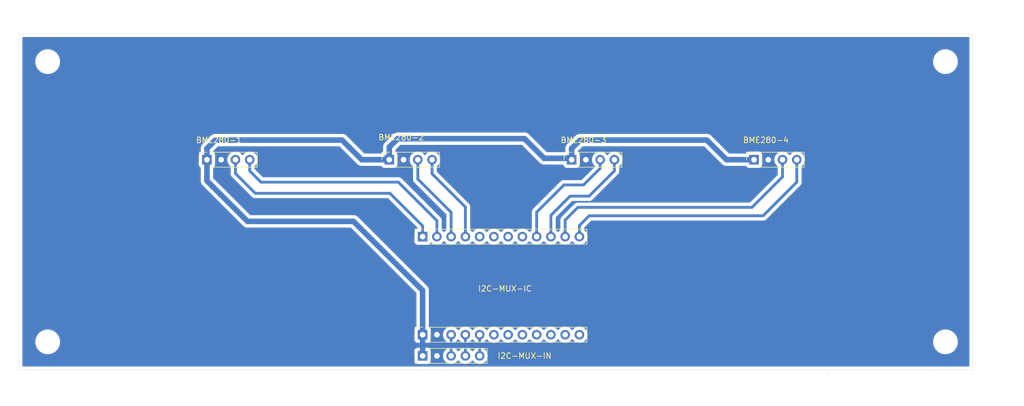
<source format=kicad_pcb>
(kicad_pcb (version 20200119) (host pcbnew "(5.99.0-1103-gc05bcac7b)")

  (general
    (thickness 1.6)
    (drawings 5)
    (tracks 61)
    (modules 11)
    (nets 25)
  )

  (page "A4")
  (layers
    (0 "F.Cu" signal)
    (31 "B.Cu" signal)
    (32 "B.Adhes" user)
    (33 "F.Adhes" user)
    (34 "B.Paste" user)
    (35 "F.Paste" user)
    (36 "B.SilkS" user)
    (37 "F.SilkS" user)
    (38 "B.Mask" user)
    (39 "F.Mask" user)
    (40 "Dwgs.User" user)
    (41 "Cmts.User" user)
    (42 "Eco1.User" user)
    (43 "Eco2.User" user)
    (44 "Edge.Cuts" user)
    (45 "Margin" user)
    (46 "B.CrtYd" user)
    (47 "F.CrtYd" user)
    (48 "B.Fab" user)
    (49 "F.Fab" user)
  )

  (setup
    (stackup
      (layer "F.SilkS" (type "Top Silk Screen"))
      (layer "F.Paste" (type "Top Solder Paste"))
      (layer "F.Mask" (type "Top Solder Mask") (color "Green") (thickness 0.01))
      (layer "F.Cu" (type "copper") (thickness 0.035))
      (layer "dielectric 1" (type "core") (thickness 1.51) (material "FR4") (epsilon_r 4.5) (loss_tangent 0.02))
      (layer "B.Cu" (type "copper") (thickness 0.035))
      (layer "B.Mask" (type "Bottom Solder Mask") (color "Green") (thickness 0.01))
      (layer "B.Paste" (type "Bottom Solder Paste"))
      (layer "B.SilkS" (type "Bottom Silk Screen"))
      (copper_finish "None")
      (dielectric_constraints no)
    )
    (last_trace_width 0.25)
    (user_trace_width 0.5)
    (user_trace_width 1)
    (trace_clearance 0.2)
    (zone_clearance 0.6)
    (zone_45_only yes)
    (trace_min 0.2)
    (via_size 0.8)
    (via_drill 0.4)
    (via_min_size 0.4)
    (via_min_drill 0.3)
    (uvia_size 0.3)
    (uvia_drill 0.1)
    (uvias_allowed no)
    (uvia_min_size 0.2)
    (uvia_min_drill 0.1)
    (max_error 0.005)
    (defaults
      (edge_clearance 0.01)
      (edge_cuts_line_width 0.05)
      (courtyard_line_width 0.05)
      (copper_line_width 0.2)
      (copper_text_dims (size 1.5 1.5) (thickness 0.3))
      (silk_line_width 0.12)
      (silk_text_dims (size 1 1) (thickness 0.15))
      (other_layers_line_width 0.1)
      (other_layers_text_dims (size 1 1) (thickness 0.15))
      (dimension_units 0)
      (dimension_precision 1)
    )
    (pad_size 3.2 3.2)
    (pad_drill 3.2)
    (pad_to_mask_clearance 0.051)
    (solder_mask_min_width 0.25)
    (aux_axis_origin 49.88 95)
    (visible_elements FFFFFF7F)
    (pcbplotparams
      (layerselection 0x010fc_ffffffff)
      (usegerberextensions false)
      (usegerberattributes true)
      (usegerberadvancedattributes false)
      (creategerberjobfile false)
      (excludeedgelayer true)
      (linewidth 0.100000)
      (plotframeref false)
      (viasonmask false)
      (mode 1)
      (useauxorigin true)
      (hpglpennumber 1)
      (hpglpenspeed 20)
      (hpglpendiameter 15.000000)
      (psnegative false)
      (psa4output false)
      (plotreference true)
      (plotvalue true)
      (plotinvisibletext false)
      (padsonsilk false)
      (subtractmaskfromsilk false)
      (outputformat 1)
      (mirror false)
      (drillshape 0)
      (scaleselection 1)
      (outputdirectory "gerber/")
    )
  )

  (net 0 "")
  (net 1 "/SC1")
  (net 2 "/SD1")
  (net 3 "/SC0")
  (net 4 "/SD0")
  (net 5 "/A2")
  (net 6 "/A1")
  (net 7 "/A0")
  (net 8 "/RST")
  (net 9 "/SCL")
  (net 10 "/SDA")
  (net 11 "GND")
  (net 12 "VIN")
  (net 13 "SD6")
  (net 14 "SC6")
  (net 15 "SD7")
  (net 16 "SC7")
  (net 17 "SD2")
  (net 18 "SC2")
  (net 19 "SD3")
  (net 20 "SC3")
  (net 21 "/SD4")
  (net 22 "/SC4")
  (net 23 "/SD5")
  (net 24 "/SC5")

  (net_class "Default" "This is the default net class."
    (clearance 0.2)
    (trace_width 0.25)
    (via_dia 0.8)
    (via_drill 0.4)
    (uvia_dia 0.3)
    (uvia_drill 0.1)
    (add_net "/A0")
    (add_net "/A1")
    (add_net "/A2")
    (add_net "/RST")
    (add_net "/SC0")
    (add_net "/SC1")
    (add_net "/SC4")
    (add_net "/SC5")
    (add_net "/SCL")
    (add_net "/SD0")
    (add_net "/SD1")
    (add_net "/SD4")
    (add_net "/SD5")
    (add_net "/SDA")
    (add_net "GND")
    (add_net "SC2")
    (add_net "SC3")
    (add_net "SC6")
    (add_net "SC7")
    (add_net "SD2")
    (add_net "SD3")
    (add_net "SD6")
    (add_net "SD7")
    (add_net "VIN")
  )

  (module "MountingHole:MountingHole_3.2mm_M3" (layer "F.Cu") (tedit 5EAFDA8F) (tstamp 3f528e9d-7768-4a8a-bc20-71a4076c367a)
    (at 55 40)
    (descr "Mounting Hole 3.2mm, no annular, M3")
    (tags "mounting hole 3.2mm no annular m3")
    (attr virtual)
    (fp_text reference "REF**" (at 0 -4.2) (layer "F.SilkS") hide
      (effects (font (size 1 1) (thickness 0.15)))
    )
    (fp_text value "MountingHole_3.2mm_M3" (at 0 4.2) (layer "F.Fab") hide
      (effects (font (size 1 1) (thickness 0.15)))
    )
    (fp_circle (center 0 0) (end 3.45 0) (layer "F.CrtYd") (width 0.05))
    (fp_circle (center 0 0) (end 3.2 0) (layer "Cmts.User") (width 0.15))
    (pad "" np_thru_hole circle (at 0 0) (size 3.2 3.2) (drill 3.2) (layers *.Cu *.Mask) (tstamp 15eb3d39-3ef6-4fab-be1d-d37b1ea1a0b5))
  )

  (module "MountingHole:MountingHole_3.2mm_M3" (layer "F.Cu") (tedit 5EAFDA8F) (tstamp 1999e3ec-0a69-47c8-aa1a-de826dfcd91c)
    (at 55 90)
    (descr "Mounting Hole 3.2mm, no annular, M3")
    (tags "mounting hole 3.2mm no annular m3")
    (attr virtual)
    (fp_text reference "REF**" (at 0 -4.2) (layer "F.SilkS") hide
      (effects (font (size 1 1) (thickness 0.15)))
    )
    (fp_text value "MountingHole_3.2mm_M3" (at 0 4.2) (layer "F.Fab") hide
      (effects (font (size 1 1) (thickness 0.15)))
    )
    (fp_circle (center 0 0) (end 3.45 0) (layer "F.CrtYd") (width 0.05))
    (fp_circle (center 0 0) (end 3.2 0) (layer "Cmts.User") (width 0.15))
    (pad "" np_thru_hole circle (at 0 0) (size 3.2 3.2) (drill 3.2) (layers *.Cu *.Mask) (tstamp 0b59f749-a85f-460e-a83e-fdbd64a9dc6a))
  )

  (module "MountingHole:MountingHole_3.2mm_M3" (layer "F.Cu") (tedit 5EAFDA8F) (tstamp 1999e3ec-0a69-47c8-aa1a-de826dfcd91c)
    (at 215 40)
    (descr "Mounting Hole 3.2mm, no annular, M3")
    (tags "mounting hole 3.2mm no annular m3")
    (attr virtual)
    (fp_text reference "REF**" (at 0 -4.2) (layer "F.SilkS") hide
      (effects (font (size 1 1) (thickness 0.15)))
    )
    (fp_text value "MountingHole_3.2mm_M3" (at 0 4.2) (layer "F.Fab") hide
      (effects (font (size 1 1) (thickness 0.15)))
    )
    (fp_circle (center 0 0) (end 3.45 0) (layer "F.CrtYd") (width 0.05))
    (fp_circle (center 0 0) (end 3.2 0) (layer "Cmts.User") (width 0.15))
    (pad "" np_thru_hole circle (at 0 0) (size 3.2 3.2) (drill 3.2) (layers *.Cu *.Mask) (tstamp 69314c66-39d2-41bf-8f76-98889422be3e))
  )

  (module "MountingHole:MountingHole_3.2mm_M3" (layer "F.Cu") (tedit 5EAFDA8F) (tstamp 1999e3ec-0a69-47c8-aa1a-de826dfcd91c)
    (at 215 90)
    (descr "Mounting Hole 3.2mm, no annular, M3")
    (tags "mounting hole 3.2mm no annular m3")
    (attr virtual)
    (fp_text reference "REF**" (at 0 -4.2) (layer "F.SilkS") hide
      (effects (font (size 1 1) (thickness 0.15)))
    )
    (fp_text value "MountingHole_3.2mm_M3" (at 0 4.2) (layer "F.Fab") hide
      (effects (font (size 1 1) (thickness 0.15)))
    )
    (fp_circle (center 0 0) (end 3.45 0) (layer "F.CrtYd") (width 0.05))
    (fp_circle (center 0 0) (end 3.2 0) (layer "Cmts.User") (width 0.15))
    (pad "" np_thru_hole circle (at 0 0) (size 3.2 3.2) (drill 3.2) (layers *.Cu *.Mask) (tstamp 97c13e34-7f12-4db7-9587-1610432b0c70))
  )

  (module "Connector_PinHeader_2.54mm:PinHeader_1x05_P2.54mm_Vertical" (layer "F.Cu") (tedit 59FED5CC) (tstamp 0a94fb8a-7b8c-4b8b-8384-00273ba79f42)
    (at 121.822258 92.5 90)
    (descr "Through hole straight pin header, 1x05, 2.54mm pitch, single row")
    (tags "Through hole pin header THT 1x05 2.54mm single row")
    (path "/00000000-0000-0000-0000-00005eb53ac0")
    (fp_text reference "I2C-MUX-IN" (at 0 18.177742 180) (layer "F.SilkS")
      (effects (font (size 1 1) (thickness 0.15)))
    )
    (fp_text value "Conn_01x05" (at 0 12.49 90) (layer "F.Fab") hide
      (effects (font (size 1 1) (thickness 0.15)))
    )
    (fp_text user "%R" (at 0 5.08) (layer "F.Fab")
      (effects (font (size 1 1) (thickness 0.15)))
    )
    (fp_line (start 1.8 -1.8) (end -1.8 -1.8) (layer "F.CrtYd") (width 0.05))
    (fp_line (start 1.8 11.95) (end 1.8 -1.8) (layer "F.CrtYd") (width 0.05))
    (fp_line (start -1.8 11.95) (end 1.8 11.95) (layer "F.CrtYd") (width 0.05))
    (fp_line (start -1.8 -1.8) (end -1.8 11.95) (layer "F.CrtYd") (width 0.05))
    (fp_line (start -1.33 -1.33) (end 0 -1.33) (layer "F.SilkS") (width 0.12))
    (fp_line (start -1.33 0) (end -1.33 -1.33) (layer "F.SilkS") (width 0.12))
    (fp_line (start -1.33 1.27) (end 1.33 1.27) (layer "F.SilkS") (width 0.12))
    (fp_line (start 1.33 1.27) (end 1.33 11.49) (layer "F.SilkS") (width 0.12))
    (fp_line (start -1.33 1.27) (end -1.33 11.49) (layer "F.SilkS") (width 0.12))
    (fp_line (start -1.33 11.49) (end 1.33 11.49) (layer "F.SilkS") (width 0.12))
    (fp_line (start -1.27 -0.635) (end -0.635 -1.27) (layer "F.Fab") (width 0.1))
    (fp_line (start -1.27 11.43) (end -1.27 -0.635) (layer "F.Fab") (width 0.1))
    (fp_line (start 1.27 11.43) (end -1.27 11.43) (layer "F.Fab") (width 0.1))
    (fp_line (start 1.27 -1.27) (end 1.27 11.43) (layer "F.Fab") (width 0.1))
    (fp_line (start -0.635 -1.27) (end 1.27 -1.27) (layer "F.Fab") (width 0.1))
    (pad "5" thru_hole oval (at 0 10.16 90) (size 1.7 1.7) (drill 1) (layers *.Cu *.Mask)
      (net 8 "/RST") (tstamp ff098205-2b15-4b6d-88dc-74bc5f0c7df3))
    (pad "4" thru_hole oval (at 0 7.62 90) (size 1.7 1.7) (drill 1) (layers *.Cu *.Mask)
      (net 9 "/SCL") (tstamp c4b0cf03-c406-45f0-8c1b-4f41cdaa98a1))
    (pad "3" thru_hole oval (at 0 5.08 90) (size 1.7 1.7) (drill 1) (layers *.Cu *.Mask)
      (net 10 "/SDA") (tstamp 93e445eb-8b86-45c4-ad09-717c0cb9e969))
    (pad "2" thru_hole oval (at 0 2.54 90) (size 1.7 1.7) (drill 1) (layers *.Cu *.Mask)
      (net 11 "GND") (tstamp 629c2700-9597-4ac2-a8ed-e728765920cb))
    (pad "1" thru_hole rect (at 0 0 90) (size 1.7 1.7) (drill 1) (layers *.Cu *.Mask)
      (net 12 "VIN") (tstamp 3ab11694-946e-4d94-b48e-79222d50ad12))
    (model "${KISYS3DMOD}/Connector_PinHeader_2.54mm.3dshapes/PinHeader_1x05_P2.54mm_Vertical.wrl"
      (at (xyz 0 0 0))
      (scale (xyz 1 1 1))
      (rotate (xyz 0 0 0))
    )
  )

  (module "Connector_PinSocket_2.54mm:PinSocket_1x04_P2.54mm_Vertical" (layer "F.Cu") (tedit 5A19A429) (tstamp 0d1bcf7b-7dd2-4f2b-8cc5-7b6783eaa2f1)
    (at 180.88 57.5 90)
    (descr "Through hole straight socket strip, 1x04, 2.54mm pitch, single row (from Kicad 4.0.7), script generated")
    (tags "Through hole socket strip THT 1x04 2.54mm single row")
    (path "/00000000-0000-0000-0000-00005eb5a100")
    (fp_text reference "BME280-4" (at 3.5 2.12 180) (layer "F.SilkS")
      (effects (font (size 1 1) (thickness 0.15)))
    )
    (fp_text value "BME280-4" (at 0 10.39 90) (layer "F.Fab") hide
      (effects (font (size 1 1) (thickness 0.15)))
    )
    (fp_text user "%R" (at 0 3.81) (layer "F.Fab")
      (effects (font (size 1 1) (thickness 0.15)))
    )
    (fp_line (start -1.8 9.4) (end -1.8 -1.8) (layer "F.CrtYd") (width 0.05))
    (fp_line (start 1.75 9.4) (end -1.8 9.4) (layer "F.CrtYd") (width 0.05))
    (fp_line (start 1.75 -1.8) (end 1.75 9.4) (layer "F.CrtYd") (width 0.05))
    (fp_line (start -1.8 -1.8) (end 1.75 -1.8) (layer "F.CrtYd") (width 0.05))
    (fp_line (start 0 -1.33) (end 1.33 -1.33) (layer "F.SilkS") (width 0.12))
    (fp_line (start 1.33 -1.33) (end 1.33 0) (layer "F.SilkS") (width 0.12))
    (fp_line (start 1.33 1.27) (end 1.33 8.95) (layer "F.SilkS") (width 0.12))
    (fp_line (start -1.33 8.95) (end 1.33 8.95) (layer "F.SilkS") (width 0.12))
    (fp_line (start -1.33 1.27) (end -1.33 8.95) (layer "F.SilkS") (width 0.12))
    (fp_line (start -1.33 1.27) (end 1.33 1.27) (layer "F.SilkS") (width 0.12))
    (fp_line (start -1.27 8.89) (end -1.27 -1.27) (layer "F.Fab") (width 0.1))
    (fp_line (start 1.27 8.89) (end -1.27 8.89) (layer "F.Fab") (width 0.1))
    (fp_line (start 1.27 -0.635) (end 1.27 8.89) (layer "F.Fab") (width 0.1))
    (fp_line (start 0.635 -1.27) (end 1.27 -0.635) (layer "F.Fab") (width 0.1))
    (fp_line (start -1.27 -1.27) (end 0.635 -1.27) (layer "F.Fab") (width 0.1))
    (pad "4" thru_hole oval (at 0 7.62 90) (size 1.7 1.7) (drill 1) (layers *.Cu *.Mask)
      (net 17 "SD2") (tstamp c77549d4-4c24-46da-9694-5919a834b530))
    (pad "3" thru_hole oval (at 0 5.08 90) (size 1.7 1.7) (drill 1) (layers *.Cu *.Mask)
      (net 18 "SC2") (tstamp 8b2c1dd2-2210-40ab-88dc-219a980b284b))
    (pad "2" thru_hole oval (at 0 2.54 90) (size 1.7 1.7) (drill 1) (layers *.Cu *.Mask)
      (net 11 "GND") (tstamp 409e1c79-ac56-408b-8e8b-155e10cb5c1b))
    (pad "1" thru_hole rect (at 0 0 90) (size 1.7 1.7) (drill 1) (layers *.Cu *.Mask)
      (net 12 "VIN") (tstamp 34986470-6746-4991-b029-067c634e270f))
    (model "${KISYS3DMOD}/Connector_PinSocket_2.54mm.3dshapes/PinSocket_1x04_P2.54mm_Vertical.wrl"
      (at (xyz 0 0 0))
      (scale (xyz 1 1 1))
      (rotate (xyz 0 0 0))
    )
  )

  (module "Connector_PinSocket_2.54mm:PinSocket_1x04_P2.54mm_Vertical" (layer "F.Cu") (tedit 5A19A429) (tstamp e4e3a66e-bc41-448f-9c8c-a97391d92ff6)
    (at 148.38 57.5 90)
    (descr "Through hole straight socket strip, 1x04, 2.54mm pitch, single row (from Kicad 4.0.7), script generated")
    (tags "Through hole socket strip THT 1x04 2.54mm single row")
    (path "/00000000-0000-0000-0000-00005eb5982a")
    (fp_text reference "BME280-3" (at 3.5 2.12 180) (layer "F.SilkS")
      (effects (font (size 1 1) (thickness 0.15)))
    )
    (fp_text value "BME280-3" (at 0 10.39 90) (layer "F.Fab") hide
      (effects (font (size 1 1) (thickness 0.15)))
    )
    (fp_text user "%R" (at 0 3.81) (layer "F.Fab")
      (effects (font (size 1 1) (thickness 0.15)))
    )
    (fp_line (start -1.8 9.4) (end -1.8 -1.8) (layer "F.CrtYd") (width 0.05))
    (fp_line (start 1.75 9.4) (end -1.8 9.4) (layer "F.CrtYd") (width 0.05))
    (fp_line (start 1.75 -1.8) (end 1.75 9.4) (layer "F.CrtYd") (width 0.05))
    (fp_line (start -1.8 -1.8) (end 1.75 -1.8) (layer "F.CrtYd") (width 0.05))
    (fp_line (start 0 -1.33) (end 1.33 -1.33) (layer "F.SilkS") (width 0.12))
    (fp_line (start 1.33 -1.33) (end 1.33 0) (layer "F.SilkS") (width 0.12))
    (fp_line (start 1.33 1.27) (end 1.33 8.95) (layer "F.SilkS") (width 0.12))
    (fp_line (start -1.33 8.95) (end 1.33 8.95) (layer "F.SilkS") (width 0.12))
    (fp_line (start -1.33 1.27) (end -1.33 8.95) (layer "F.SilkS") (width 0.12))
    (fp_line (start -1.33 1.27) (end 1.33 1.27) (layer "F.SilkS") (width 0.12))
    (fp_line (start -1.27 8.89) (end -1.27 -1.27) (layer "F.Fab") (width 0.1))
    (fp_line (start 1.27 8.89) (end -1.27 8.89) (layer "F.Fab") (width 0.1))
    (fp_line (start 1.27 -0.635) (end 1.27 8.89) (layer "F.Fab") (width 0.1))
    (fp_line (start 0.635 -1.27) (end 1.27 -0.635) (layer "F.Fab") (width 0.1))
    (fp_line (start -1.27 -1.27) (end 0.635 -1.27) (layer "F.Fab") (width 0.1))
    (pad "4" thru_hole oval (at 0 7.62 90) (size 1.7 1.7) (drill 1) (layers *.Cu *.Mask)
      (net 19 "SD3") (tstamp dd71c378-f2ae-4aa5-a8c0-0375ffe55066))
    (pad "3" thru_hole oval (at 0 5.08 90) (size 1.7 1.7) (drill 1) (layers *.Cu *.Mask)
      (net 20 "SC3") (tstamp 702774f9-791d-4e43-b3be-3467d103a117))
    (pad "2" thru_hole oval (at 0 2.54 90) (size 1.7 1.7) (drill 1) (layers *.Cu *.Mask)
      (net 11 "GND") (tstamp d542885d-ae03-4ac2-80dc-792e398ff6d6))
    (pad "1" thru_hole rect (at 0 0 90) (size 1.7 1.7) (drill 1) (layers *.Cu *.Mask)
      (net 12 "VIN") (tstamp 3eb5a45c-05bd-4013-b408-aa08e102c3ac))
    (model "${KISYS3DMOD}/Connector_PinSocket_2.54mm.3dshapes/PinSocket_1x04_P2.54mm_Vertical.wrl"
      (at (xyz 0 0 0))
      (scale (xyz 1 1 1))
      (rotate (xyz 0 0 0))
    )
  )

  (module "Connector_PinSocket_2.54mm:PinSocket_1x04_P2.54mm_Vertical" (layer "F.Cu") (tedit 5A19A429) (tstamp 29eb7681-cfe9-477c-8e7d-489a0d1fff2f)
    (at 115.88 57.5 90)
    (descr "Through hole straight socket strip, 1x04, 2.54mm pitch, single row (from Kicad 4.0.7), script generated")
    (tags "Through hole socket strip THT 1x04 2.54mm single row")
    (path "/00000000-0000-0000-0000-00005eb56c54")
    (fp_text reference "BME280-2" (at 4 2.12 180) (layer "F.SilkS")
      (effects (font (size 1 1) (thickness 0.15)))
    )
    (fp_text value "BME280-2" (at 0 10.39 90) (layer "F.Fab") hide
      (effects (font (size 1 1) (thickness 0.15)))
    )
    (fp_text user "%R" (at 0 3.81) (layer "F.Fab")
      (effects (font (size 1 1) (thickness 0.15)))
    )
    (fp_line (start -1.8 9.4) (end -1.8 -1.8) (layer "F.CrtYd") (width 0.05))
    (fp_line (start 1.75 9.4) (end -1.8 9.4) (layer "F.CrtYd") (width 0.05))
    (fp_line (start 1.75 -1.8) (end 1.75 9.4) (layer "F.CrtYd") (width 0.05))
    (fp_line (start -1.8 -1.8) (end 1.75 -1.8) (layer "F.CrtYd") (width 0.05))
    (fp_line (start 0 -1.33) (end 1.33 -1.33) (layer "F.SilkS") (width 0.12))
    (fp_line (start 1.33 -1.33) (end 1.33 0) (layer "F.SilkS") (width 0.12))
    (fp_line (start 1.33 1.27) (end 1.33 8.95) (layer "F.SilkS") (width 0.12))
    (fp_line (start -1.33 8.95) (end 1.33 8.95) (layer "F.SilkS") (width 0.12))
    (fp_line (start -1.33 1.27) (end -1.33 8.95) (layer "F.SilkS") (width 0.12))
    (fp_line (start -1.33 1.27) (end 1.33 1.27) (layer "F.SilkS") (width 0.12))
    (fp_line (start -1.27 8.89) (end -1.27 -1.27) (layer "F.Fab") (width 0.1))
    (fp_line (start 1.27 8.89) (end -1.27 8.89) (layer "F.Fab") (width 0.1))
    (fp_line (start 1.27 -0.635) (end 1.27 8.89) (layer "F.Fab") (width 0.1))
    (fp_line (start 0.635 -1.27) (end 1.27 -0.635) (layer "F.Fab") (width 0.1))
    (fp_line (start -1.27 -1.27) (end 0.635 -1.27) (layer "F.Fab") (width 0.1))
    (pad "4" thru_hole oval (at 0 7.62 90) (size 1.7 1.7) (drill 1) (layers *.Cu *.Mask)
      (net 13 "SD6") (tstamp b446c6bd-2a07-4bb6-b84c-40232f56b9cd))
    (pad "3" thru_hole oval (at 0 5.08 90) (size 1.7 1.7) (drill 1) (layers *.Cu *.Mask)
      (net 14 "SC6") (tstamp e4afefa5-1348-4030-a2c2-ba0f5ce695b3))
    (pad "2" thru_hole oval (at 0 2.54 90) (size 1.7 1.7) (drill 1) (layers *.Cu *.Mask)
      (net 11 "GND") (tstamp cde74b82-d0d5-4549-ab66-2d3876aa5bd5))
    (pad "1" thru_hole rect (at 0 0 90) (size 1.7 1.7) (drill 1) (layers *.Cu *.Mask)
      (net 12 "VIN") (tstamp 641c3b73-a9b1-435b-81a8-d5003430a1a8))
    (model "${KISYS3DMOD}/Connector_PinSocket_2.54mm.3dshapes/PinSocket_1x04_P2.54mm_Vertical.wrl"
      (at (xyz 0 0 0))
      (scale (xyz 1 1 1))
      (rotate (xyz 0 0 0))
    )
  )

  (module "Connector_PinSocket_2.54mm:PinSocket_1x12_P2.54mm_Vertical" (layer "F.Cu") (tedit 5A19A41D) (tstamp cc58ea35-2c0c-416f-89a3-8f30b90ed9ba)
    (at 121.822258 71.226061 90)
    (descr "Through hole straight socket strip, 1x12, 2.54mm pitch, single row (from Kicad 4.0.7), script generated")
    (tags "Through hole socket strip THT 1x12 2.54mm single row")
    (path "/00000000-0000-0000-0000-00005eb49d18")
    (fp_text reference "J2" (at 0 -2.77 90) (layer "F.SilkS") hide
      (effects (font (size 1 1) (thickness 0.15)))
    )
    (fp_text value "I2C-MUX" (at 0 30.71 90) (layer "F.Fab") hide
      (effects (font (size 1 1) (thickness 0.15)))
    )
    (fp_text user "%R" (at 0 13.97) (layer "F.Fab")
      (effects (font (size 1 1) (thickness 0.15)))
    )
    (fp_line (start -1.8 29.7) (end -1.8 -1.8) (layer "F.CrtYd") (width 0.05))
    (fp_line (start 1.75 29.7) (end -1.8 29.7) (layer "F.CrtYd") (width 0.05))
    (fp_line (start 1.75 -1.8) (end 1.75 29.7) (layer "F.CrtYd") (width 0.05))
    (fp_line (start -1.8 -1.8) (end 1.75 -1.8) (layer "F.CrtYd") (width 0.05))
    (fp_line (start 0 -1.33) (end 1.33 -1.33) (layer "F.SilkS") (width 0.12))
    (fp_line (start 1.33 -1.33) (end 1.33 0) (layer "F.SilkS") (width 0.12))
    (fp_line (start 1.33 1.27) (end 1.33 29.27) (layer "F.SilkS") (width 0.12))
    (fp_line (start -1.33 29.27) (end 1.33 29.27) (layer "F.SilkS") (width 0.12))
    (fp_line (start -1.33 1.27) (end -1.33 29.27) (layer "F.SilkS") (width 0.12))
    (fp_line (start -1.33 1.27) (end 1.33 1.27) (layer "F.SilkS") (width 0.12))
    (fp_line (start -1.27 29.21) (end -1.27 -1.27) (layer "F.Fab") (width 0.1))
    (fp_line (start 1.27 29.21) (end -1.27 29.21) (layer "F.Fab") (width 0.1))
    (fp_line (start 1.27 -0.635) (end 1.27 29.21) (layer "F.Fab") (width 0.1))
    (fp_line (start 0.635 -1.27) (end 1.27 -0.635) (layer "F.Fab") (width 0.1))
    (fp_line (start -1.27 -1.27) (end 0.635 -1.27) (layer "F.Fab") (width 0.1))
    (pad "12" thru_hole oval (at 0 27.94 90) (size 1.7 1.7) (drill 1) (layers *.Cu *.Mask)
      (net 17 "SD2") (tstamp 61ae1630-ea87-4dc2-8426-2842f5dad3d1))
    (pad "11" thru_hole oval (at 0 25.4 90) (size 1.7 1.7) (drill 1) (layers *.Cu *.Mask)
      (net 18 "SC2") (tstamp db567762-39ea-4fe8-bab2-e2a277ec70c7))
    (pad "10" thru_hole oval (at 0 22.86 90) (size 1.7 1.7) (drill 1) (layers *.Cu *.Mask)
      (net 19 "SD3") (tstamp 219023e2-ad8f-4771-bcde-777aa8680dff))
    (pad "9" thru_hole oval (at 0 20.32 90) (size 1.7 1.7) (drill 1) (layers *.Cu *.Mask)
      (net 20 "SC3") (tstamp 1ae63359-4c84-481a-9fd5-128e2b4a53de))
    (pad "8" thru_hole oval (at 0 17.78 90) (size 1.7 1.7) (drill 1) (layers *.Cu *.Mask)
      (net 21 "/SD4") (tstamp d238df96-288c-4763-89d7-068205a7ac99))
    (pad "7" thru_hole oval (at 0 15.24 90) (size 1.7 1.7) (drill 1) (layers *.Cu *.Mask)
      (net 22 "/SC4") (tstamp b4a52376-1a69-483c-b3e1-4b2eb3fbb6a5))
    (pad "6" thru_hole oval (at 0 12.7 90) (size 1.7 1.7) (drill 1) (layers *.Cu *.Mask)
      (net 23 "/SD5") (tstamp f009b2a4-c000-4a70-b93a-c643fa0e828e))
    (pad "5" thru_hole oval (at 0 10.16 90) (size 1.7 1.7) (drill 1) (layers *.Cu *.Mask)
      (net 24 "/SC5") (tstamp cf46769c-6c01-4dc2-ae95-3e1824f20722))
    (pad "4" thru_hole oval (at 0 7.62 90) (size 1.7 1.7) (drill 1) (layers *.Cu *.Mask)
      (net 13 "SD6") (tstamp 908db722-4510-4808-ad2a-5513292c8a1b))
    (pad "3" thru_hole oval (at 0 5.08 90) (size 1.7 1.7) (drill 1) (layers *.Cu *.Mask)
      (net 14 "SC6") (tstamp 67f5d1b3-aeb1-4742-afb1-41a2b60b9a7f))
    (pad "2" thru_hole oval (at 0 2.54 90) (size 1.7 1.7) (drill 1) (layers *.Cu *.Mask)
      (net 15 "SD7") (tstamp 73856553-77aa-491f-b777-4d1f88c11748))
    (pad "1" thru_hole rect (at 0 0 90) (size 1.7 1.7) (drill 1) (layers *.Cu *.Mask)
      (net 16 "SC7") (tstamp 58eeba0e-bfdb-4093-8087-88b92eddd9d3))
    (model "${KISYS3DMOD}/Connector_PinSocket_2.54mm.3dshapes/PinSocket_1x12_P2.54mm_Vertical.wrl"
      (at (xyz 0 0 0))
      (scale (xyz 1 1 1))
      (rotate (xyz 0 0 0))
    )
  )

  (module "Connector_PinSocket_2.54mm:PinSocket_1x12_P2.54mm_Vertical" (layer "F.Cu") (tedit 5A19A41D) (tstamp 7b800bd9-6ba5-46c1-8be2-610330522a30)
    (at 121.822258 88.726061 90)
    (descr "Through hole straight socket strip, 1x12, 2.54mm pitch, single row (from Kicad 4.0.7), script generated")
    (tags "Through hole socket strip THT 1x12 2.54mm single row")
    (path "/00000000-0000-0000-0000-00005eb48171")
    (fp_text reference "I2C-MUX-IC" (at 8.226061 14.677742 180) (layer "F.SilkS")
      (effects (font (size 1 1) (thickness 0.15)))
    )
    (fp_text value "I2C-MUX" (at 0 30.71 90) (layer "F.Fab") hide
      (effects (font (size 1 1) (thickness 0.15)))
    )
    (fp_text user "%R" (at 0 13.97) (layer "F.Fab")
      (effects (font (size 1 1) (thickness 0.15)))
    )
    (fp_line (start -1.8 29.7) (end -1.8 -1.8) (layer "F.CrtYd") (width 0.05))
    (fp_line (start 1.75 29.7) (end -1.8 29.7) (layer "F.CrtYd") (width 0.05))
    (fp_line (start 1.75 -1.8) (end 1.75 29.7) (layer "F.CrtYd") (width 0.05))
    (fp_line (start -1.8 -1.8) (end 1.75 -1.8) (layer "F.CrtYd") (width 0.05))
    (fp_line (start 0 -1.33) (end 1.33 -1.33) (layer "F.SilkS") (width 0.12))
    (fp_line (start 1.33 -1.33) (end 1.33 0) (layer "F.SilkS") (width 0.12))
    (fp_line (start 1.33 1.27) (end 1.33 29.27) (layer "F.SilkS") (width 0.12))
    (fp_line (start -1.33 29.27) (end 1.33 29.27) (layer "F.SilkS") (width 0.12))
    (fp_line (start -1.33 1.27) (end -1.33 29.27) (layer "F.SilkS") (width 0.12))
    (fp_line (start -1.33 1.27) (end 1.33 1.27) (layer "F.SilkS") (width 0.12))
    (fp_line (start -1.27 29.21) (end -1.27 -1.27) (layer "F.Fab") (width 0.1))
    (fp_line (start 1.27 29.21) (end -1.27 29.21) (layer "F.Fab") (width 0.1))
    (fp_line (start 1.27 -0.635) (end 1.27 29.21) (layer "F.Fab") (width 0.1))
    (fp_line (start 0.635 -1.27) (end 1.27 -0.635) (layer "F.Fab") (width 0.1))
    (fp_line (start -1.27 -1.27) (end 0.635 -1.27) (layer "F.Fab") (width 0.1))
    (pad "12" thru_hole oval (at 0 27.94 90) (size 1.7 1.7) (drill 1) (layers *.Cu *.Mask)
      (net 1 "/SC1") (tstamp 03b7038b-63f8-4111-99c7-2292c8d147ce))
    (pad "11" thru_hole oval (at 0 25.4 90) (size 1.7 1.7) (drill 1) (layers *.Cu *.Mask)
      (net 2 "/SD1") (tstamp eac01ba3-be60-47b9-9a97-41949464e226))
    (pad "10" thru_hole oval (at 0 22.86 90) (size 1.7 1.7) (drill 1) (layers *.Cu *.Mask)
      (net 3 "/SC0") (tstamp 114f770c-d896-4472-aea1-7ffa8bf04a2a))
    (pad "9" thru_hole oval (at 0 20.32 90) (size 1.7 1.7) (drill 1) (layers *.Cu *.Mask)
      (net 4 "/SD0") (tstamp f35efcc6-f4a7-4fe8-ac2c-eb5806e97c56))
    (pad "8" thru_hole oval (at 0 17.78 90) (size 1.7 1.7) (drill 1) (layers *.Cu *.Mask)
      (net 5 "/A2") (tstamp 317e3b4d-dbe4-4d1d-87cf-bbc54bf7082a))
    (pad "7" thru_hole oval (at 0 15.24 90) (size 1.7 1.7) (drill 1) (layers *.Cu *.Mask)
      (net 6 "/A1") (tstamp af912c1a-2fcb-42dd-9b2f-a6e30ae70704))
    (pad "6" thru_hole oval (at 0 12.7 90) (size 1.7 1.7) (drill 1) (layers *.Cu *.Mask)
      (net 7 "/A0") (tstamp 1ad9dfd0-a8be-452c-86fa-5839c16bb2d9))
    (pad "5" thru_hole oval (at 0 10.16 90) (size 1.7 1.7) (drill 1) (layers *.Cu *.Mask)
      (net 8 "/RST") (tstamp eabe392c-e932-4e87-b703-25620966aeed))
    (pad "4" thru_hole oval (at 0 7.62 90) (size 1.7 1.7) (drill 1) (layers *.Cu *.Mask)
      (net 9 "/SCL") (tstamp e850ca80-3021-4f7a-bdd0-04fac92edcbe))
    (pad "3" thru_hole oval (at 0 5.08 90) (size 1.7 1.7) (drill 1) (layers *.Cu *.Mask)
      (net 10 "/SDA") (tstamp ad4b35ce-d24d-41c7-9acc-b4968cfe486d))
    (pad "2" thru_hole oval (at 0 2.54 90) (size 1.7 1.7) (drill 1) (layers *.Cu *.Mask)
      (net 11 "GND") (tstamp cdb1976b-70dc-4541-b64a-d3f7925f133e))
    (pad "1" thru_hole rect (at 0 0 90) (size 1.7 1.7) (drill 1) (layers *.Cu *.Mask)
      (net 12 "VIN") (tstamp 8777ffd4-81e5-4daf-ae19-133c00201511))
    (model "${KISYS3DMOD}/Connector_PinSocket_2.54mm.3dshapes/PinSocket_1x12_P2.54mm_Vertical.wrl"
      (at (xyz 0 0 0))
      (scale (xyz 1 1 1))
      (rotate (xyz 0 0 0))
    )
  )

  (module "Connector_PinSocket_2.54mm:PinSocket_1x04_P2.54mm_Vertical" (layer "F.Cu") (tedit 5A19A429) (tstamp 2ba087c4-a1a0-455b-8e09-9d14d9aeaa44)
    (at 83.38 57.5 90)
    (descr "Through hole straight socket strip, 1x04, 2.54mm pitch, single row (from Kicad 4.0.7), script generated")
    (tags "Through hole socket strip THT 1x04 2.54mm single row")
    (path "/00000000-0000-0000-0000-00005eb550d6")
    (fp_text reference "BME280-1" (at 3.5 2.12 180) (layer "F.SilkS")
      (effects (font (size 1 1) (thickness 0.15)))
    )
    (fp_text value "BME280-1" (at 0 10.39 90) (layer "F.Fab") hide
      (effects (font (size 1 1) (thickness 0.15)))
    )
    (fp_text user "%R" (at 0 3.81) (layer "F.Fab")
      (effects (font (size 1 1) (thickness 0.15)))
    )
    (fp_line (start -1.8 9.4) (end -1.8 -1.8) (layer "F.CrtYd") (width 0.05))
    (fp_line (start 1.75 9.4) (end -1.8 9.4) (layer "F.CrtYd") (width 0.05))
    (fp_line (start 1.75 -1.8) (end 1.75 9.4) (layer "F.CrtYd") (width 0.05))
    (fp_line (start -1.8 -1.8) (end 1.75 -1.8) (layer "F.CrtYd") (width 0.05))
    (fp_line (start 0 -1.33) (end 1.33 -1.33) (layer "F.SilkS") (width 0.12))
    (fp_line (start 1.33 -1.33) (end 1.33 0) (layer "F.SilkS") (width 0.12))
    (fp_line (start 1.33 1.27) (end 1.33 8.95) (layer "F.SilkS") (width 0.12))
    (fp_line (start -1.33 8.95) (end 1.33 8.95) (layer "F.SilkS") (width 0.12))
    (fp_line (start -1.33 1.27) (end -1.33 8.95) (layer "F.SilkS") (width 0.12))
    (fp_line (start -1.33 1.27) (end 1.33 1.27) (layer "F.SilkS") (width 0.12))
    (fp_line (start -1.27 8.89) (end -1.27 -1.27) (layer "F.Fab") (width 0.1))
    (fp_line (start 1.27 8.89) (end -1.27 8.89) (layer "F.Fab") (width 0.1))
    (fp_line (start 1.27 -0.635) (end 1.27 8.89) (layer "F.Fab") (width 0.1))
    (fp_line (start 0.635 -1.27) (end 1.27 -0.635) (layer "F.Fab") (width 0.1))
    (fp_line (start -1.27 -1.27) (end 0.635 -1.27) (layer "F.Fab") (width 0.1))
    (pad "4" thru_hole oval (at 0 7.62 90) (size 1.7 1.7) (drill 1) (layers *.Cu *.Mask)
      (net 15 "SD7") (tstamp 9def403d-716c-49cf-ac6d-db7008dd8afb))
    (pad "3" thru_hole oval (at 0 5.08 90) (size 1.7 1.7) (drill 1) (layers *.Cu *.Mask)
      (net 16 "SC7") (tstamp 41b9b675-59cc-4b9a-9e4b-ab92e450c850))
    (pad "2" thru_hole oval (at 0 2.54 90) (size 1.7 1.7) (drill 1) (layers *.Cu *.Mask)
      (net 11 "GND") (tstamp df8818b0-a17c-4de4-9b97-c7d89df706e7))
    (pad "1" thru_hole rect (at 0 0 90) (size 1.7 1.7) (drill 1) (layers *.Cu *.Mask)
      (net 12 "VIN") (tstamp b314400a-7e12-4aff-853e-bba6b319ba9b))
    (model "${KISYS3DMOD}/Connector_PinSocket_2.54mm.3dshapes/PinSocket_1x04_P2.54mm_Vertical.wrl"
      (at (xyz 0 0 0))
      (scale (xyz 1 1 1))
      (rotate (xyz 0 0 0))
    )
  )

  (gr_line (start 49.88 35) (end 219.88 35) (layer "Edge.Cuts") (width 0.05) (tstamp 6120bf54-4927-4016-bb13-8982aef9bc4e))
  (gr_line (start 194.08 96.2) (end 194.08 95.3) (layer "Edge.Cuts") (width 0.05) (tstamp 3fd185ae-d4d2-45c8-af00-91f5a999216a))
  (gr_line (start 49.88 95) (end 219.88 95) (layer "Edge.Cuts") (width 0.05) (tstamp 0f359d1d-123c-4c15-82fe-dac71c64970c))
  (gr_line (start 49.88 35) (end 49.88 95) (layer "Edge.Cuts") (width 0.05) (tstamp 2d3c2a98-2b03-47c0-be5e-3e666aad55ac))
  (gr_line (start 219.88 35) (end 219.88 95) (layer "Edge.Cuts") (width 0.05) (tstamp a975f154-0ab0-4d8b-b5b1-bb4755653fc5))

  (segment (start 131.982258 92.5) (end 131.982258 88.726061) (width 0.5) (layer "B.Cu") (net 8) (tstamp f82b8bcc-36d1-40a5-bc34-6a20e4ca1d53))
  (segment (start 129.442258 92.5) (end 129.442258 88.726061) (width 0.5) (layer "B.Cu") (net 9) (tstamp 2b7df530-03a3-45e2-87aa-ad0ae75e0f9d))
  (segment (start 126.902258 92.5) (end 126.902258 88.726061) (width 0.5) (layer "B.Cu") (net 10) (tstamp 2f1775ed-6f0b-49ca-884d-ad3133a9e8b9))
  (segment (start 124.362258 92.5) (end 124.362258 88.726061) (width 1) (layer "B.Cu") (net 11) (tstamp 00ae3a2f-6285-40e4-961a-2e79f0c0a881))
  (segment (start 121.822258 92.5) (end 121.822258 88.726061) (width 1) (layer "B.Cu") (net 12) (tstamp a01ea1bc-ab7d-48ea-96f2-a9b5b34f0352))
  (segment (start 109.5 68.5) (end 90.616287 68.5) (width 1) (layer "B.Cu") (net 12) (tstamp 02df31da-f1c4-44a1-a407-849aca2d7a06))
  (segment (start 121.822258 88.726061) (end 121.822258 80.822258) (width 1) (layer "B.Cu") (net 12) (tstamp 7d3e941a-765e-4ddb-8bc8-9ef67b1286ff))
  (segment (start 90.616287 68.5) (end 83.38 61.263713) (width 1) (layer "B.Cu") (net 12) (tstamp c2517c0e-d4ae-4e14-8839-301fd4dca074))
  (segment (start 121.822258 80.822258) (end 109.5 68.5) (width 1) (layer "B.Cu") (net 12) (tstamp 7fc7cfde-2749-43ab-9a0f-8b22d03558fa))
  (segment (start 83.38 61.263713) (end 83.38 57.5) (width 1) (layer "B.Cu") (net 12) (tstamp 35b2bc5e-3d8b-4c10-8870-eedd9696bed7))
  (segment (start 182.5 67.5) (end 151.5 67.5) (width 0.5) (layer "B.Cu") (net 17) (tstamp 95dd6753-42ec-4a4d-a0cf-0f55a8206250) (status 8000))
  (segment (start 151.5 67.5) (end 149.762258 69.237742) (width 0.5) (layer "B.Cu") (net 17) (tstamp 0ed1d713-5aab-4e2d-9948-6387724b1402) (status 8000))
  (segment (start 188.5 57.5) (end 188.5 61.5) (width 0.5) (layer "B.Cu") (net 17) (tstamp 267518b1-497c-4f06-86e6-2ee321707f80) (status 8000))
  (segment (start 188.5 61.5) (end 182.5 67.5) (width 0.5) (layer "B.Cu") (net 17) (tstamp 8051098a-43cb-4faf-bfbd-14fa9498d8f2) (status 8000))
  (segment (start 149.762258 69.237742) (end 149.762258 71.226061) (width 0.5) (layer "B.Cu") (net 17) (tstamp 022c7c46-50fa-4407-9de8-612bc20a7b23) (status 8000))
  (segment (start 149.5 66) (end 180.52217 66) (width 0.5) (layer "B.Cu") (net 18) (tstamp 564fa8c7-3510-4cd7-ac94-ff5a73fb8dff) (status 8000))
  (segment (start 147.222258 71.226061) (end 147.222258 68.277742) (width 0.5) (layer "B.Cu") (net 18) (tstamp b277f4a8-6bf2-4473-8660-d6713474b6d8) (status 8000))
  (segment (start 185.96 60.56217) (end 185.96 57.5) (width 0.5) (layer "B.Cu") (net 18) (tstamp 8dfca439-49e8-4299-9d2b-a6c516974b73) (status 8000))
  (segment (start 147.222258 68.277742) (end 149.5 66) (width 0.5) (layer "B.Cu") (net 18) (tstamp 5f428959-14ce-4dd1-88fc-39303a7e096c) (status 8000))
  (segment (start 180.52217 66) (end 185.96 60.56217) (width 0.5) (layer "B.Cu") (net 18) (tstamp 0e5ea643-8b1b-4e4f-a06f-d7b90ba286de) (status 8000))
  (segment (start 151.5 64) (end 148.106345 64) (width 0.5) (layer "B.Cu") (net 19) (tstamp 12967b01-1c8b-40c6-91d6-92c1872547d6) (status 8000))
  (segment (start 148.106345 64) (end 144.682258 67.424087) (width 0.5) (layer "B.Cu") (net 19) (tstamp 78ffdda6-2e94-4a75-b737-749495f986f7) (status 8000))
  (segment (start 156 57.5) (end 156 59.5) (width 0.5) (layer "B.Cu") (net 19) (tstamp 05b84ef9-ca1b-492c-a7bf-d4ac83deaa46) (status 8000))
  (segment (start 156 59.5) (end 151.5 64) (width 0.5) (layer "B.Cu") (net 19) (tstamp 547d272e-78a8-4363-a4d7-a66ab8e0e569) (status 8000))
  (segment (start 144.682258 67.424087) (end 144.682258 71.226061) (width 0.5) (layer "B.Cu") (net 19) (tstamp 3c49d4f4-1616-432b-adad-6b3fe7b0deb9) (status 8000))
  (segment (start 147 62) (end 150.5 62) (width 0.5) (layer "B.Cu") (net 20) (tstamp 10efc5b8-34ed-4e24-bbf7-373d34e2d0a4) (status 8000))
  (segment (start 142.142258 71.226061) (end 142.142258 66.857742) (width 0.5) (layer "B.Cu") (net 20) (tstamp 8e6bf122-8a0e-4312-88cf-03301e36f8e4) (status 8000))
  (segment (start 142.142258 66.857742) (end 147 62) (width 0.5) (layer "B.Cu") (net 20) (tstamp f6f75a9c-da8f-4c23-90fb-30f91ff58708) (status 8000))
  (segment (start 153.46 59.04) (end 153.46 57.5) (width 0.5) (layer "B.Cu") (net 20) (tstamp 4e6eca27-84a4-49f7-b584-bd6eb51d99e3) (status 8000))
  (segment (start 150.5 62) (end 153.46 59.04) (width 0.5) (layer "B.Cu") (net 20) (tstamp 100190e1-7f22-467b-8232-01ddac3e4770) (status 8000))
  (segment (start 120.96 60.96) (end 120.96 57.5) (width 0.5) (layer "B.Cu") (net 14) (tstamp 33dd68e3-f833-4d48-a715-750aed9121e1) (status 8000))
  (segment (start 126.902258 71.226061) (end 126.902258 66.902258) (width 0.5) (layer "B.Cu") (net 14) (tstamp c40f3b80-9c53-402f-9995-11f7083455b5) (status 8000))
  (segment (start 126.902258 66.902258) (end 120.96 60.96) (width 0.5) (layer "B.Cu") (net 14) (tstamp 37e021a8-010b-46d2-8e7d-4c4f69901135) (status 8000))
  (segment (start 129.442258 65.942258) (end 123.5 60) (width 0.5) (layer "B.Cu") (net 13) (tstamp 5fd4f6be-75b0-4fb6-b203-8f0d3e9524d7) (status 8000))
  (segment (start 123.5 60) (end 123.5 57.5) (width 0.5) (layer "B.Cu") (net 13) (tstamp d08e057d-2b8b-48fa-bfb6-f0c623409124) (status 8000))
  (segment (start 129.442258 71.226061) (end 129.442258 65.942258) (width 0.5) (layer "B.Cu") (net 13) (tstamp 2e5f1712-82bc-4a38-8539-3c45ddf74b61) (status 8000))
  (segment (start 175.972835 57.5) (end 180.88 57.5) (width 1) (layer "B.Cu") (net 12) (tstamp 11405856-22ad-4ac8-93c7-31847007aa55))
  (segment (start 148.38 55.5) (end 149.88 54) (width 1) (layer "B.Cu") (net 12) (tstamp 6aebbe22-ea99-4dcf-a7ba-09646ae91e8f))
  (segment (start 172.472835 54) (end 175.972835 57.5) (width 1) (layer "B.Cu") (net 12) (tstamp 864e81a3-28a0-4550-8aaf-1d7c578347ec))
  (segment (start 148.38 57.5) (end 148.38 55.5) (width 1) (layer "B.Cu") (net 12) (tstamp c1857fa2-a1f9-4194-8fa5-1801360dd33b))
  (segment (start 149.88 54) (end 172.472835 54) (width 1) (layer "B.Cu") (net 12) (tstamp 0837b56c-e721-4503-9759-cf05e3b73658))
  (segment (start 117.38 53.75) (end 139.972835 53.75) (width 1) (layer "B.Cu") (net 12) (tstamp 39f8eb22-e76b-4097-b051-3cfc5015717c))
  (segment (start 115.88 55.25) (end 117.38 53.75) (width 1) (layer "B.Cu") (net 12) (tstamp a4d431b7-cc6e-4ca6-b76d-6214af55eee2))
  (segment (start 143.472835 57.25) (end 148.38 57.25) (width 1) (layer "B.Cu") (net 12) (tstamp 18e74b88-9fab-4e00-a95b-73d12d005c0e))
  (segment (start 115.88 57.25) (end 115.88 55.25) (width 1) (layer "B.Cu") (net 12) (tstamp 06c9a9be-1e10-44ea-accc-ecd63dbc0b67))
  (segment (start 139.972835 53.75) (end 143.472835 57.25) (width 1) (layer "B.Cu") (net 12) (tstamp a29af322-28e7-490f-a8ce-667a3bbe78a3))
  (segment (start 84.88 54) (end 107.472835 54) (width 1) (layer "B.Cu") (net 12) (tstamp 39f8eb22-e76b-4097-b051-3cfc5015717c) (status 8000))
  (segment (start 83.38 55.5) (end 84.88 54) (width 1) (layer "B.Cu") (net 12) (tstamp a4d431b7-cc6e-4ca6-b76d-6214af55eee2) (status 8000))
  (segment (start 110.972835 57.5) (end 115.88 57.5) (width 1) (layer "B.Cu") (net 12) (tstamp 18e74b88-9fab-4e00-a95b-73d12d005c0e) (status 8000))
  (segment (start 83.38 57.5) (end 83.38 55.5) (width 1) (layer "B.Cu") (net 12) (tstamp 06c9a9be-1e10-44ea-accc-ecd63dbc0b67) (status 8000))
  (segment (start 107.472835 54) (end 110.972835 57.5) (width 1) (layer "B.Cu") (net 12) (tstamp a29af322-28e7-490f-a8ce-667a3bbe78a3) (status 8000))
  (segment (start 93 61.5) (end 117.5 61.5) (width 0.5) (layer "B.Cu") (net 15) (tstamp 5df649e0-f7b7-4885-9e43-58ec90621b46) (status 8000))
  (segment (start 124.362258 68.362258) (end 124.362258 71.226061) (width 0.5) (layer "B.Cu") (net 15) (tstamp 171e2c80-01ed-46ea-a6ad-d06807bd9174) (status 8000))
  (segment (start 117.5 61.5) (end 124.362258 68.362258) (width 0.5) (layer "B.Cu") (net 15) (tstamp c5479c61-3bc3-4992-9065-6e54315cea64) (status 8000))
  (segment (start 91 59.5) (end 93 61.5) (width 0.5) (layer "B.Cu") (net 15) (tstamp 2160eea1-9933-42c7-b69a-d8b8424a205d) (status 8000))
  (segment (start 91 57.5) (end 91 59.5) (width 0.5) (layer "B.Cu") (net 15) (tstamp a406a8cb-75a3-45b3-8945-70412e390bbb) (status 8000))
  (segment (start 92 63.5) (end 88.46 59.96) (width 0.5) (layer "B.Cu") (net 16) (tstamp 303dc535-5046-48b6-9779-58d993c5e2ff) (status 8000))
  (segment (start 116 63.5) (end 92 63.5) (width 0.5) (layer "B.Cu") (net 16) (tstamp d7fac87f-51f7-4421-94a3-22c04085cf03) (status 8000))
  (segment (start 121.822258 69.322258) (end 116 63.5) (width 0.5) (layer "B.Cu") (net 16) (tstamp 617e1dd8-f13c-4946-8465-ad3846e2f9c4) (status 8000))
  (segment (start 121.822258 71.226061) (end 121.822258 69.322258) (width 0.5) (layer "B.Cu") (net 16) (tstamp 81253f10-5bee-40d1-8992-e38b843044be) (status 8000))
  (segment (start 88.46 59.96) (end 88.46 57.5) (width 0.5) (layer "B.Cu") (net 16) (tstamp aa076891-618a-4d1d-9e7e-110a6a73d5c8) (status 8000))

  (zone (net 11) (net_name "GND") (layer "B.Cu") (tstamp b394565d-e463-4c96-b726-488acde557de) (hatch none 0.508)
    (connect_pads yes (clearance 0.6))
    (min_thickness 0.254)
    (fill yes (thermal_gap 0.508) (thermal_bridge_width 0.508))
    (polygon
      (pts
        (xy 229 100.5) (xy 46.5 101.5) (xy 46.5 29.75) (xy 229 29)
      )
    )
    (filled_polygon
      (pts
        (xy 219.154001 94.274) (xy 50.606 94.274) (xy 50.606 89.947229) (xy 52.66967 89.947229) (xy 52.68226 90.247583)
        (xy 52.683162 90.255893) (xy 52.735364 90.551944) (xy 52.737358 90.560062) (xy 52.828256 90.846608) (xy 52.831306 90.854391)
        (xy 52.959302 91.126398) (xy 52.963355 91.13371) (xy 53.126202 91.386399) (xy 53.131186 91.39311) (xy 53.326022 91.622041)
        (xy 53.33185 91.628034) (xy 53.555253 91.829187) (xy 53.561822 91.834357) (xy 53.809866 92.004196) (xy 53.817062 92.008451)
        (xy 54.085388 92.143992) (xy 54.093083 92.147259) (xy 54.376979 92.246122) (xy 54.385039 92.248342) (xy 54.679517 92.30879)
        (xy 54.687799 92.309924) (xy 54.987683 92.330895) (xy 54.996043 92.330924) (xy 55.296067 92.312048) (xy 55.304357 92.310971)
        (xy 55.59925 92.25258) (xy 55.607325 92.250417) (xy 55.891904 92.153538) (xy 55.899622 92.150325) (xy 56.168888 92.01666)
        (xy 56.176113 92.012455) (xy 56.425336 91.844352) (xy 56.431942 91.839229) (xy 56.65065 91.645049) (xy 120.238779 91.645049)
        (xy 120.238779 93.354951) (xy 120.239556 93.364821) (xy 120.271614 93.567226) (xy 120.277742 93.586088) (xy 120.373032 93.773105)
        (xy 120.38469 93.78915) (xy 120.533108 93.937568) (xy 120.549153 93.949226) (xy 120.73617 94.044516) (xy 120.755032 94.050644)
        (xy 120.957437 94.082702) (xy 120.967307 94.083479) (xy 122.677209 94.083479) (xy 122.687079 94.082702) (xy 122.889484 94.050644)
        (xy 122.908346 94.044516) (xy 123.095363 93.949226) (xy 123.111408 93.937568) (xy 123.259826 93.78915) (xy 123.271484 93.773105)
        (xy 123.366774 93.586088) (xy 123.372902 93.567226) (xy 123.40496 93.364821) (xy 123.405737 93.354951) (xy 123.405737 92.585845)
        (xy 125.323613 92.585845) (xy 125.324209 92.596169) (xy 125.358831 92.842525) (xy 125.361104 92.852614) (xy 125.4355 93.090009)
        (xy 125.439391 93.09959) (xy 125.551559 93.321645) (xy 125.556962 93.330463) (xy 125.703892 93.531217) (xy 125.710663 93.539034)
        (xy 125.888408 93.713094) (xy 125.896365 93.7197) (xy 126.100151 93.862393) (xy 126.10908 93.867611) (xy 126.333435 93.975104)
        (xy 126.343097 93.978793) (xy 126.581997 94.0482) (xy 126.592131 94.050261) (xy 126.839158 94.079718) (xy 126.849493 94.080097)
        (xy 127.098014 94.068812) (xy 127.108272 94.067498) (xy 127.351614 94.015773) (xy 127.361519 94.012802) (xy 127.593145 93.922028)
        (xy 127.602432 93.917479) (xy 127.816122 93.790094) (xy 127.824541 93.784089) (xy 128.014556 93.623514) (xy 128.021882 93.616214)
        (xy 128.174689 93.436664) (xy 128.243892 93.531217) (xy 128.250663 93.539034) (xy 128.428408 93.713094) (xy 128.436365 93.7197)
        (xy 128.640151 93.862393) (xy 128.64908 93.867611) (xy 128.873435 93.975104) (xy 128.883097 93.978793) (xy 129.121997 94.0482)
        (xy 129.132131 94.050261) (xy 129.379158 94.079718) (xy 129.389493 94.080097) (xy 129.638014 94.068812) (xy 129.648272 94.067498)
        (xy 129.891614 94.015773) (xy 129.901519 94.012802) (xy 130.133145 93.922028) (xy 130.142432 93.917479) (xy 130.356122 93.790094)
        (xy 130.364541 93.784089) (xy 130.554556 93.623514) (xy 130.561882 93.616214) (xy 130.714689 93.436664) (xy 130.783892 93.531217)
        (xy 130.790663 93.539034) (xy 130.968408 93.713094) (xy 130.976365 93.7197) (xy 131.180151 93.862393) (xy 131.18908 93.867611)
        (xy 131.413435 93.975104) (xy 131.423097 93.978793) (xy 131.661997 94.0482) (xy 131.672131 94.050261) (xy 131.919158 94.079718)
        (xy 131.929493 94.080097) (xy 132.178014 94.068812) (xy 132.188272 94.067498) (xy 132.431614 94.015773) (xy 132.441519 94.012802)
        (xy 132.673145 93.922028) (xy 132.682432 93.917479) (xy 132.896122 93.790094) (xy 132.904541 93.784089) (xy 133.094556 93.623514)
        (xy 133.101882 93.616214) (xy 133.263119 93.426759) (xy 133.269154 93.418361) (xy 133.397284 93.205118) (xy 133.401866 93.195846)
        (xy 133.493447 92.964539) (xy 133.496454 92.954644) (xy 133.54919 92.710731) (xy 133.550597 92.698931) (xy 133.558443 92.37792)
        (xy 133.557614 92.366065) (xy 133.516856 92.119867) (xy 133.514336 92.109837) (xy 133.434163 91.874332) (xy 133.43004 91.864848)
        (xy 133.31248 91.645599) (xy 133.306862 91.636916) (xy 133.155071 91.439813) (xy 133.148111 91.432164) (xy 132.966167 91.262498)
        (xy 132.958051 91.256089) (xy 132.75084 91.118417) (xy 132.741786 91.113418) (xy 132.514871 91.011439) (xy 132.505123 91.007987)
        (xy 132.264598 90.944437) (xy 132.254416 90.942624) (xy 132.006743 90.919213) (xy 131.996402 90.919086) (xy 131.748231 90.93644)
        (xy 131.738008 90.938004) (xy 131.496003 90.995658) (xy 131.486173 90.998871) (xy 131.256834 91.095276) (xy 131.247661 91.100051)
        (xy 131.037147 91.232619) (xy 131.028877 91.238828) (xy 130.842842 91.403999) (xy 130.835697 91.411475) (xy 130.711428 91.564934)
        (xy 130.615071 91.439813) (xy 130.608111 91.432164) (xy 130.426167 91.262498) (xy 130.418051 91.256089) (xy 130.21084 91.118417)
        (xy 130.201786 91.113418) (xy 129.974871 91.011439) (xy 129.965123 91.007987) (xy 129.724598 90.944437) (xy 129.714416 90.942624)
        (xy 129.466743 90.919213) (xy 129.456402 90.919086) (xy 129.208231 90.93644) (xy 129.198008 90.938004) (xy 128.956003 90.995658)
        (xy 128.946173 90.998871) (xy 128.716834 91.095276) (xy 128.707661 91.100051) (xy 128.497147 91.232619) (xy 128.488877 91.238828)
        (xy 128.302842 91.403999) (xy 128.295697 91.411475) (xy 128.171428 91.564934) (xy 128.075071 91.439813) (xy 128.068111 91.432164)
        (xy 127.886167 91.262498) (xy 127.878051 91.256089) (xy 127.67084 91.118417) (xy 127.661786 91.113418) (xy 127.434871 91.011439)
        (xy 127.425123 91.007987) (xy 127.184598 90.944437) (xy 127.174416 90.942624) (xy 126.926743 90.919213) (xy 126.916402 90.919086)
        (xy 126.668231 90.93644) (xy 126.658008 90.938004) (xy 126.416003 90.995658) (xy 126.406173 90.998871) (xy 126.176834 91.095276)
        (xy 126.167661 91.100051) (xy 125.957147 91.232619) (xy 125.948877 91.238828) (xy 125.762842 91.403999) (xy 125.755697 91.411475)
        (xy 125.599137 91.604811) (xy 125.593309 91.613354) (xy 125.470427 91.829665) (xy 125.466072 91.839046) (xy 125.38017 92.072521)
        (xy 125.377407 92.082487) (xy 125.33079 92.326858) (xy 125.329691 92.337141) (xy 125.323613 92.585845) (xy 123.405737 92.585845)
        (xy 123.405737 91.645049) (xy 123.40496 91.635179) (xy 123.372902 91.432774) (xy 123.366774 91.413912) (xy 123.271484 91.226895)
        (xy 123.259826 91.21085) (xy 123.111408 91.062432) (xy 123.095363 91.050774) (xy 122.908346 90.955484) (xy 122.889484 90.949356)
        (xy 122.687079 90.917298) (xy 122.677209 90.916521) (xy 120.967307 90.916521) (xy 120.957437 90.917298) (xy 120.755032 90.949356)
        (xy 120.73617 90.955484) (xy 120.549153 91.050774) (xy 120.533108 91.062432) (xy 120.38469 91.21085) (xy 120.373032 91.226895)
        (xy 120.277742 91.413912) (xy 120.271614 91.432774) (xy 120.239556 91.635179) (xy 120.238779 91.645049) (xy 56.65065 91.645049)
        (xy 56.656743 91.63964) (xy 56.662613 91.633688) (xy 56.859043 91.406123) (xy 56.864074 91.399446) (xy 57.02868 91.1479)
        (xy 57.032784 91.140617) (xy 57.162677 90.86951) (xy 57.165782 90.861748) (xy 57.258677 90.575845) (xy 57.260727 90.567741)
        (xy 57.315134 90.271304) (xy 57.316151 90.261456) (xy 57.326158 89.852) (xy 57.325623 89.842114) (xy 57.285762 89.543374)
        (xy 57.28411 89.535179) (xy 57.205292 89.245078) (xy 57.20257 89.237173) (xy 57.086076 88.960046) (xy 57.082333 88.952571)
        (xy 56.930211 88.693284) (xy 56.925512 88.686369) (xy 56.740433 88.44948) (xy 56.734861 88.443248) (xy 56.520078 88.232917)
        (xy 56.513731 88.227477) (xy 56.273017 88.0474) (xy 56.266006 88.042847) (xy 56.003591 87.896188) (xy 55.996039 87.892602)
        (xy 55.716532 87.781937) (xy 55.708573 87.779382) (xy 55.416884 87.706656) (xy 55.408657 87.705175) (xy 55.109913 87.671666)
        (xy 55.101562 87.671287) (xy 54.80101 87.677582) (xy 54.792682 87.678311) (xy 54.495604 87.724302) (xy 54.487446 87.726125)
        (xy 54.199059 87.811002) (xy 54.191214 87.813888) (xy 53.916586 87.93616) (xy 53.909191 87.940059) (xy 53.653148 88.097579)
        (xy 53.646334 88.102421) (xy 53.413371 88.29242) (xy 53.407257 88.298121) (xy 53.201471 88.517262) (xy 53.196164 88.523722)
        (xy 53.021168 88.768154) (xy 53.016763 88.775259) (xy 52.875631 89.040688) (xy 52.872204 89.048313) (xy 52.767418 89.330077)
        (xy 52.76503 89.338088) (xy 52.698428 89.631235) (xy 52.69712 89.639492) (xy 52.669875 89.938872) (xy 52.66967 89.947229)
        (xy 50.606 89.947229) (xy 50.606 56.645049) (xy 81.796521 56.645049) (xy 81.796521 58.354951) (xy 81.797298 58.364821)
        (xy 81.829356 58.567226) (xy 81.835484 58.586088) (xy 81.930774 58.773105) (xy 81.942432 58.78915) (xy 82.090849 58.937568)
        (xy 82.106894 58.949226) (xy 82.152001 58.972209) (xy 82.152 61.251518) (xy 82.150638 61.381505) (xy 82.152062 61.395523)
        (xy 82.166527 61.462423) (xy 82.174157 61.530449) (xy 82.177279 61.544187) (xy 82.195548 61.596651) (xy 82.207286 61.650942)
        (xy 82.21178 61.664294) (xy 82.240706 61.726328) (xy 82.263218 61.790973) (xy 82.269306 61.803678) (xy 82.298739 61.850781)
        (xy 82.322312 61.901332) (xy 82.329925 61.913708) (xy 82.369425 61.963903) (xy 82.407785 62.025292) (xy 82.416536 62.036333)
        (xy 82.465913 62.086056) (xy 82.467684 62.088051) (xy 82.497689 62.118055) (xy 82.600672 62.22176) (xy 82.604355 62.224721)
        (xy 89.739248 69.359614) (xy 89.830289 69.452583) (xy 89.841208 69.461488) (xy 89.898754 69.498574) (xy 89.952238 69.54127)
        (xy 89.96416 69.548778) (xy 90.014167 69.572952) (xy 90.060865 69.603046) (xy 90.073484 69.609311) (xy 90.13781 69.632723)
        (xy 90.199432 69.662513) (xy 90.212721 69.667193) (xy 90.266842 69.679687) (xy 90.319254 69.698764) (xy 90.333388 69.702131)
        (xy 90.396816 69.709695) (xy 90.467344 69.725977) (xy 90.481339 69.727597) (xy 90.551411 69.727841) (xy 90.554085 69.728)
        (xy 90.596959 69.728) (xy 90.742659 69.728509) (xy 90.747346 69.728) (xy 108.991347 69.728) (xy 120.594259 81.330913)
        (xy 120.594258 87.253853) (xy 120.549153 87.276835) (xy 120.533108 87.288493) (xy 120.38469 87.436911) (xy 120.373032 87.452956)
        (xy 120.277742 87.639973) (xy 120.271614 87.658835) (xy 120.239556 87.86124) (xy 120.238779 87.87111) (xy 120.238779 89.581012)
        (xy 120.239556 89.590882) (xy 120.271614 89.793287) (xy 120.277742 89.812149) (xy 120.373032 89.999166) (xy 120.38469 90.015211)
        (xy 120.533108 90.163629) (xy 120.549153 90.175287) (xy 120.73617 90.270577) (xy 120.755032 90.276705) (xy 120.957437 90.308763)
        (xy 120.967307 90.30954) (xy 122.677209 90.30954) (xy 122.687079 90.308763) (xy 122.889484 90.276705) (xy 122.908346 90.270577)
        (xy 123.095363 90.175287) (xy 123.111408 90.163629) (xy 123.259826 90.015211) (xy 123.271484 89.999166) (xy 123.366774 89.812149)
        (xy 123.372902 89.793287) (xy 123.40496 89.590882) (xy 123.405737 89.581012) (xy 123.405737 88.811906) (xy 125.323613 88.811906)
        (xy 125.324209 88.82223) (xy 125.358831 89.068586) (xy 125.361104 89.078675) (xy 125.4355 89.31607) (xy 125.439391 89.325651)
        (xy 125.551559 89.547706) (xy 125.556962 89.556524) (xy 125.703892 89.757278) (xy 125.710663 89.765095) (xy 125.888408 89.939155)
        (xy 125.896365 89.945761) (xy 126.100151 90.088454) (xy 126.10908 90.093672) (xy 126.333435 90.201165) (xy 126.343097 90.204854)
        (xy 126.581997 90.274261) (xy 126.592131 90.276322) (xy 126.839158 90.305779) (xy 126.849493 90.306158) (xy 127.098014 90.294873)
        (xy 127.108272 90.293559) (xy 127.351614 90.241834) (xy 127.361519 90.238863) (xy 127.593145 90.148089) (xy 127.602432 90.14354)
        (xy 127.816122 90.016155) (xy 127.824541 90.01015) (xy 128.014556 89.849575) (xy 128.021882 89.842275) (xy 128.174689 89.662725)
        (xy 128.243892 89.757278) (xy 128.250663 89.765095) (xy 128.428408 89.939155) (xy 128.436365 89.945761) (xy 128.640151 90.088454)
        (xy 128.64908 90.093672) (xy 128.873435 90.201165) (xy 128.883097 90.204854) (xy 129.121997 90.274261) (xy 129.132131 90.276322)
        (xy 129.379158 90.305779) (xy 129.389493 90.306158) (xy 129.638014 90.294873) (xy 129.648272 90.293559) (xy 129.891614 90.241834)
        (xy 129.901519 90.238863) (xy 130.133145 90.148089) (xy 130.142432 90.14354) (xy 130.356122 90.016155) (xy 130.364541 90.01015)
        (xy 130.554556 89.849575) (xy 130.561882 89.842275) (xy 130.714689 89.662725) (xy 130.783892 89.757278) (xy 130.790663 89.765095)
        (xy 130.968408 89.939155) (xy 130.976365 89.945761) (xy 131.180151 90.088454) (xy 131.18908 90.093672) (xy 131.413435 90.201165)
        (xy 131.423097 90.204854) (xy 131.661997 90.274261) (xy 131.672131 90.276322) (xy 131.919158 90.305779) (xy 131.929493 90.306158)
        (xy 132.178014 90.294873) (xy 132.188272 90.293559) (xy 132.431614 90.241834) (xy 132.441519 90.238863) (xy 132.673145 90.148089)
        (xy 132.682432 90.14354) (xy 132.896122 90.016155) (xy 132.904541 90.01015) (xy 133.094556 89.849575) (xy 133.101882 89.842275)
        (xy 133.254689 89.662725) (xy 133.323892 89.757278) (xy 133.330663 89.765095) (xy 133.508408 89.939155) (xy 133.516365 89.945761)
        (xy 133.720151 90.088454) (xy 133.72908 90.093672) (xy 133.953435 90.201165) (xy 133.963097 90.204854) (xy 134.201997 90.274261)
        (xy 134.212131 90.276322) (xy 134.459158 90.305779) (xy 134.469493 90.306158) (xy 134.718014 90.294873) (xy 134.728272 90.293559)
        (xy 134.971614 90.241834) (xy 134.981519 90.238863) (xy 135.213145 90.148089) (xy 135.222432 90.14354) (xy 135.436122 90.016155)
        (xy 135.444541 90.01015) (xy 135.634556 89.849575) (xy 135.641882 89.842275) (xy 135.794689 89.662725) (xy 135.863892 89.757278)
        (xy 135.870663 89.765095) (xy 136.048408 89.939155) (xy 136.056365 89.945761) (xy 136.260151 90.088454) (xy 136.26908 90.093672)
        (xy 136.493435 90.201165) (xy 136.503097 90.204854) (xy 136.741997 90.274261) (xy 136.752131 90.276322) (xy 136.999158 90.305779)
        (xy 137.009493 90.306158) (xy 137.258014 90.294873) (xy 137.268272 90.293559) (xy 137.511614 90.241834) (xy 137.521519 90.238863)
        (xy 137.753145 90.148089) (xy 137.762432 90.14354) (xy 137.976122 90.016155) (xy 137.984541 90.01015) (xy 138.174556 89.849575)
        (xy 138.181882 89.842275) (xy 138.334689 89.662725) (xy 138.403892 89.757278) (xy 138.410663 89.765095) (xy 138.588408 89.939155)
        (xy 138.596365 89.945761) (xy 138.800151 90.088454) (xy 138.80908 90.093672) (xy 139.033435 90.201165) (xy 139.043097 90.204854)
        (xy 139.281997 90.274261) (xy 139.292131 90.276322) (xy 139.539158 90.305779) (xy 139.549493 90.306158) (xy 139.798014 90.294873)
        (xy 139.808272 90.293559) (xy 140.051614 90.241834) (xy 140.061519 90.238863) (xy 140.293145 90.148089) (xy 140.302432 90.14354)
        (xy 140.516122 90.016155) (xy 140.524541 90.01015) (xy 140.714556 89.849575) (xy 140.721882 89.842275) (xy 140.874689 89.662725)
        (xy 140.943892 89.757278) (xy 140.950663 89.765095) (xy 141.128408 89.939155) (xy 141.136365 89.945761) (xy 141.340151 90.088454)
        (xy 141.34908 90.093672) (xy 141.573435 90.201165) (xy 141.583097 90.204854) (xy 141.821997 90.274261) (xy 141.832131 90.276322)
        (xy 142.079158 90.305779) (xy 142.089493 90.306158) (xy 142.338014 90.294873) (xy 142.348272 90.293559) (xy 142.591614 90.241834)
        (xy 142.601519 90.238863) (xy 142.833145 90.148089) (xy 142.842432 90.14354) (xy 143.056122 90.016155) (xy 143.064541 90.01015)
        (xy 143.254556 89.849575) (xy 143.261882 89.842275) (xy 143.414689 89.662725) (xy 143.483892 89.757278) (xy 143.490663 89.765095)
        (xy 143.668408 89.939155) (xy 143.676365 89.945761) (xy 143.880151 90.088454) (xy 143.88908 90.093672) (xy 144.113435 90.201165)
        (xy 144.123097 90.204854) (xy 144.361997 90.274261) (xy 144.372131 90.276322) (xy 144.619158 90.305779) (xy 144.629493 90.306158)
        (xy 144.878014 90.294873) (xy 144.888272 90.293559) (xy 145.131614 90.241834) (xy 145.141519 90.238863) (xy 145.373145 90.148089)
        (xy 145.382432 90.14354) (xy 145.596122 90.016155) (xy 145.604541 90.01015) (xy 145.794556 89.849575) (xy 145.801882 89.842275)
        (xy 145.954689 89.662725) (xy 146.023892 89.757278) (xy 146.030663 89.765095) (xy 146.208408 89.939155) (xy 146.216365 89.945761)
        (xy 146.420151 90.088454) (xy 146.42908 90.093672) (xy 146.653435 90.201165) (xy 146.663097 90.204854) (xy 146.901997 90.274261)
        (xy 146.912131 90.276322) (xy 147.159158 90.305779) (xy 147.169493 90.306158) (xy 147.418014 90.294873) (xy 147.428272 90.293559)
        (xy 147.671614 90.241834) (xy 147.681519 90.238863) (xy 147.913145 90.148089) (xy 147.922432 90.14354) (xy 148.136122 90.016155)
        (xy 148.144541 90.01015) (xy 148.334556 89.849575) (xy 148.341882 89.842275) (xy 148.494689 89.662725) (xy 148.563892 89.757278)
        (xy 148.570663 89.765095) (xy 148.748408 89.939155) (xy 148.756365 89.945761) (xy 148.960151 90.088454) (xy 148.96908 90.093672)
        (xy 149.193435 90.201165) (xy 149.203097 90.204854) (xy 149.441997 90.274261) (xy 149.452131 90.276322) (xy 149.699158 90.305779)
        (xy 149.709493 90.306158) (xy 149.958014 90.294873) (xy 149.968272 90.293559) (xy 150.211614 90.241834) (xy 150.221519 90.238863)
        (xy 150.453145 90.148089) (xy 150.462432 90.14354) (xy 150.676122 90.016155) (xy 150.684541 90.01015) (xy 150.758998 89.947229)
        (xy 212.66967 89.947229) (xy 212.68226 90.247583) (xy 212.683162 90.255893) (xy 212.735364 90.551944) (xy 212.737358 90.560062)
        (xy 212.828256 90.846608) (xy 212.831306 90.854391) (xy 212.959302 91.126398) (xy 212.963355 91.13371) (xy 213.126202 91.386399)
        (xy 213.131186 91.39311) (xy 213.326022 91.622041) (xy 213.33185 91.628034) (xy 213.555253 91.829187) (xy 213.561822 91.834357)
        (xy 213.809866 92.004196) (xy 213.817062 92.008451) (xy 214.085388 92.143992) (xy 214.093083 92.147259) (xy 214.376979 92.246122)
        (xy 214.385039 92.248342) (xy 214.679517 92.30879) (xy 214.687799 92.309924) (xy 214.987683 92.330895) (xy 214.996043 92.330924)
        (xy 215.296067 92.312048) (xy 215.304357 92.310971) (xy 215.59925 92.25258) (xy 215.607325 92.250417) (xy 215.891904 92.153538)
        (xy 215.899622 92.150325) (xy 216.168888 92.01666) (xy 216.176113 92.012455) (xy 216.425336 91.844352) (xy 216.431942 91.839229)
        (xy 216.656743 91.63964) (xy 216.662613 91.633688) (xy 216.859043 91.406123) (xy 216.864074 91.399446) (xy 217.02868 91.1479)
        (xy 217.032784 91.140617) (xy 217.162677 90.86951) (xy 217.165782 90.861748) (xy 217.258677 90.575845) (xy 217.260727 90.567741)
        (xy 217.315134 90.271304) (xy 217.316151 90.261456) (xy 217.326158 89.852) (xy 217.325623 89.842114) (xy 217.285762 89.543374)
        (xy 217.28411 89.535179) (xy 217.205292 89.245078) (xy 217.20257 89.237173) (xy 217.086076 88.960046) (xy 217.082333 88.952571)
        (xy 216.930211 88.693284) (xy 216.925512 88.686369) (xy 216.740433 88.44948) (xy 216.734861 88.443248) (xy 216.520078 88.232917)
        (xy 216.513731 88.227477) (xy 216.273017 88.0474) (xy 216.266006 88.042847) (xy 216.003591 87.896188) (xy 215.996039 87.892602)
        (xy 215.716532 87.781937) (xy 215.708573 87.779382) (xy 215.416884 87.706656) (xy 215.408657 87.705175) (xy 215.109913 87.671666)
        (xy 215.101562 87.671287) (xy 214.80101 87.677582) (xy 214.792682 87.678311) (xy 214.495604 87.724302) (xy 214.487446 87.726125)
        (xy 214.199059 87.811002) (xy 214.191214 87.813888) (xy 213.916586 87.93616) (xy 213.909191 87.940059) (xy 213.653148 88.097579)
        (xy 213.646334 88.102421) (xy 213.413371 88.29242) (xy 213.407257 88.298121) (xy 213.201471 88.517262) (xy 213.196164 88.523722)
        (xy 213.021168 88.768154) (xy 213.016763 88.775259) (xy 212.875631 89.040688) (xy 212.872204 89.048313) (xy 212.767418 89.330077)
        (xy 212.76503 89.338088) (xy 212.698428 89.631235) (xy 212.69712 89.639492) (xy 212.669875 89.938872) (xy 212.66967 89.947229)
        (xy 150.758998 89.947229) (xy 150.874556 89.849575) (xy 150.881882 89.842275) (xy 151.043119 89.65282) (xy 151.049154 89.644422)
        (xy 151.177284 89.431179) (xy 151.181866 89.421907) (xy 151.273447 89.1906) (xy 151.276454 89.180705) (xy 151.32919 88.936792)
        (xy 151.330597 88.924992) (xy 151.338443 88.603981) (xy 151.337614 88.592126) (xy 151.296856 88.345928) (xy 151.294336 88.335898)
        (xy 151.214163 88.100393) (xy 151.21004 88.090909) (xy 151.09248 87.87166) (xy 151.086862 87.862977) (xy 150.935071 87.665874)
        (xy 150.928111 87.658225) (xy 150.746167 87.488559) (xy 150.738051 87.48215) (xy 150.53084 87.344478) (xy 150.521786 87.339479)
        (xy 150.294871 87.2375) (xy 150.285123 87.234048) (xy 150.044598 87.170498) (xy 150.034416 87.168685) (xy 149.786743 87.145274)
        (xy 149.776402 87.145147) (xy 149.528231 87.162501) (xy 149.518008 87.164065) (xy 149.276003 87.221719) (xy 149.266173 87.224932)
        (xy 149.036834 87.321337) (xy 149.027661 87.326112) (xy 148.817147 87.45868) (xy 148.808877 87.464889) (xy 148.622842 87.63006)
        (xy 148.615697 87.637536) (xy 148.491428 87.790995) (xy 148.395071 87.665874) (xy 148.388111 87.658225) (xy 148.206167 87.488559)
        (xy 148.198051 87.48215) (xy 147.99084 87.344478) (xy 147.981786 87.339479) (xy 147.754871 87.2375) (xy 147.745123 87.234048)
        (xy 147.504598 87.170498) (xy 147.494416 87.168685) (xy 147.246743 87.145274) (xy 147.236402 87.145147) (xy 146.988231 87.162501)
        (xy 146.978008 87.164065) (xy 146.736003 87.221719) (xy 146.726173 87.224932) (xy 146.496834 87.321337) (xy 146.487661 87.326112)
        (xy 146.277147 87.45868) (xy 146.268877 87.464889) (xy 146.082842 87.63006) (xy 146.075697 87.637536) (xy 145.951428 87.790995)
        (xy 145.855071 87.665874) (xy 145.848111 87.658225) (xy 145.666167 87.488559) (xy 145.658051 87.48215) (xy 145.45084 87.344478)
        (xy 145.441786 87.339479) (xy 145.214871 87.2375) (xy 145.205123 87.234048) (xy 144.964598 87.170498) (xy 144.954416 87.168685)
        (xy 144.706743 87.145274) (xy 144.696402 87.145147) (xy 144.448231 87.162501) (xy 144.438008 87.164065) (xy 144.196003 87.221719)
        (xy 144.186173 87.224932) (xy 143.956834 87.321337) (xy 143.947661 87.326112) (xy 143.737147 87.45868) (xy 143.728877 87.464889)
        (xy 143.542842 87.63006) (xy 143.535697 87.637536) (xy 143.411428 87.790995) (xy 143.315071 87.665874) (xy 143.308111 87.658225)
        (xy 143.126167 87.488559) (xy 143.118051 87.48215) (xy 142.91084 87.344478) (xy 142.901786 87.339479) (xy 142.674871 87.2375)
        (xy 142.665123 87.234048) (xy 142.424598 87.170498) (xy 142.414416 87.168685) (xy 142.166743 87.145274) (xy 142.156402 87.145147)
        (xy 141.908231 87.162501) (xy 141.898008 87.164065) (xy 141.656003 87.221719) (xy 141.646173 87.224932) (xy 141.416834 87.321337)
        (xy 141.407661 87.326112) (xy 141.197147 87.45868) (xy 141.188877 87.464889) (xy 141.002842 87.63006) (xy 140.995697 87.637536)
        (xy 140.871428 87.790995) (xy 140.775071 87.665874) (xy 140.768111 87.658225) (xy 140.586167 87.488559) (xy 140.578051 87.48215)
        (xy 140.37084 87.344478) (xy 140.361786 87.339479) (xy 140.134871 87.2375) (xy 140.125123 87.234048) (xy 139.884598 87.170498)
        (xy 139.874416 87.168685) (xy 139.626743 87.145274) (xy 139.616402 87.145147) (xy 139.368231 87.162501) (xy 139.358008 87.164065)
        (xy 139.116003 87.221719) (xy 139.106173 87.224932) (xy 138.876834 87.321337) (xy 138.867661 87.326112) (xy 138.657147 87.45868)
        (xy 138.648877 87.464889) (xy 138.462842 87.63006) (xy 138.455697 87.637536) (xy 138.331428 87.790995) (xy 138.235071 87.665874)
        (xy 138.228111 87.658225) (xy 138.046167 87.488559) (xy 138.038051 87.48215) (xy 137.83084 87.344478) (xy 137.821786 87.339479)
        (xy 137.594871 87.2375) (xy 137.585123 87.234048) (xy 137.344598 87.170498) (xy 137.334416 87.168685) (xy 137.086743 87.145274)
        (xy 137.076402 87.145147) (xy 136.828231 87.162501) (xy 136.818008 87.164065) (xy 136.576003 87.221719) (xy 136.566173 87.224932)
        (xy 136.336834 87.321337) (xy 136.327661 87.326112) (xy 136.117147 87.45868) (xy 136.108877 87.464889) (xy 135.922842 87.63006)
        (xy 135.915697 87.637536) (xy 135.791428 87.790995) (xy 135.695071 87.665874) (xy 135.688111 87.658225) (xy 135.506167 87.488559)
        (xy 135.498051 87.48215) (xy 135.29084 87.344478) (xy 135.281786 87.339479) (xy 135.054871 87.2375) (xy 135.045123 87.234048)
        (xy 134.804598 87.170498) (xy 134.794416 87.168685) (xy 134.546743 87.145274) (xy 134.536402 87.145147) (xy 134.288231 87.162501)
        (xy 134.278008 87.164065) (xy 134.036003 87.221719) (xy 134.026173 87.224932) (xy 133.796834 87.321337) (xy 133.787661 87.326112)
        (xy 133.577147 87.45868) (xy 133.568877 87.464889) (xy 133.382842 87.63006) (xy 133.375697 87.637536) (xy 133.251428 87.790995)
        (xy 133.155071 87.665874) (xy 133.148111 87.658225) (xy 132.966167 87.488559) (xy 132.958051 87.48215) (xy 132.75084 87.344478)
        (xy 132.741786 87.339479) (xy 132.514871 87.2375) (xy 132.505123 87.234048) (xy 132.264598 87.170498) (xy 132.254416 87.168685)
        (xy 132.006743 87.145274) (xy 131.996402 87.145147) (xy 131.748231 87.162501) (xy 131.738008 87.164065) (xy 131.496003 87.221719)
        (xy 131.486173 87.224932) (xy 131.256834 87.321337) (xy 131.247661 87.326112) (xy 131.037147 87.45868) (xy 131.028877 87.464889)
        (xy 130.842842 87.63006) (xy 130.835697 87.637536) (xy 130.711428 87.790995) (xy 130.615071 87.665874) (xy 130.608111 87.658225)
        (xy 130.426167 87.488559) (xy 130.418051 87.48215) (xy 130.21084 87.344478) (xy 130.201786 87.339479) (xy 129.974871 87.2375)
        (xy 129.965123 87.234048) (xy 129.724598 87.170498) (xy 129.714416 87.168685) (xy 129.466743 87.145274) (xy 129.456402 87.145147)
        (xy 129.208231 87.162501) (xy 129.198008 87.164065) (xy 128.956003 87.221719) (xy 128.946173 87.224932) (xy 128.716834 87.321337)
        (xy 128.707661 87.326112) (xy 128.497147 87.45868) (xy 128.488877 87.464889) (xy 128.302842 87.63006) (xy 128.295697 87.637536)
        (xy 128.171428 87.790995) (xy 128.075071 87.665874) (xy 128.068111 87.658225) (xy 127.886167 87.488559) (xy 127.878051 87.48215)
        (xy 127.67084 87.344478) (xy 127.661786 87.339479) (xy 127.434871 87.2375) (xy 127.425123 87.234048) (xy 127.184598 87.170498)
        (xy 127.174416 87.168685) (xy 126.926743 87.145274) (xy 126.916402 87.145147) (xy 126.668231 87.162501) (xy 126.658008 87.164065)
        (xy 126.416003 87.221719) (xy 126.406173 87.224932) (xy 126.176834 87.321337) (xy 126.167661 87.326112) (xy 125.957147 87.45868)
        (xy 125.948877 87.464889) (xy 125.762842 87.63006) (xy 125.755697 87.637536) (xy 125.599137 87.830872) (xy 125.593309 87.839415)
        (xy 125.470427 88.055726) (xy 125.466072 88.065107) (xy 125.38017 88.298582) (xy 125.377407 88.308548) (xy 125.33079 88.552919)
        (xy 125.329691 88.563202) (xy 125.323613 88.811906) (xy 123.405737 88.811906) (xy 123.405737 87.87111) (xy 123.40496 87.86124)
        (xy 123.372902 87.658835) (xy 123.366774 87.639973) (xy 123.271484 87.452956) (xy 123.259826 87.436911) (xy 123.111408 87.288493)
        (xy 123.095363 87.276835) (xy 123.050258 87.253853) (xy 123.050258 80.834401) (xy 123.051619 80.704465) (xy 123.050195 80.690448)
        (xy 123.035731 80.623547) (xy 123.0281 80.555521) (xy 123.024979 80.541783) (xy 123.00671 80.48932) (xy 122.994972 80.435027)
        (xy 122.990478 80.421674) (xy 122.96155 80.359639) (xy 122.93904 80.294998) (xy 122.932952 80.282291) (xy 122.903514 80.235181)
        (xy 122.879945 80.184638) (xy 122.872332 80.172262) (xy 122.832832 80.122067) (xy 122.794473 80.060679) (xy 122.785722 80.049638)
        (xy 122.736344 79.999914) (xy 122.734573 79.997919) (xy 122.704568 79.967915) (xy 122.601586 79.864211) (xy 122.597903 79.86125)
        (xy 110.377086 67.640434) (xy 110.285998 67.547417) (xy 110.275079 67.538512) (xy 110.217528 67.501423) (xy 110.164048 67.45873)
        (xy 110.152126 67.451222) (xy 110.102123 67.42705) (xy 110.055422 67.396953) (xy 110.042802 67.390689) (xy 109.97848 67.367278)
        (xy 109.916854 67.337487) (xy 109.903565 67.332807) (xy 109.849444 67.320312) (xy 109.797034 67.301236) (xy 109.782899 67.297868)
        (xy 109.719469 67.290305) (xy 109.648942 67.274023) (xy 109.634947 67.272403) (xy 109.564876 67.272159) (xy 109.562202 67.272)
        (xy 109.519328 67.272) (xy 109.373628 67.271491) (xy 109.368941 67.272) (xy 91.124941 67.272) (xy 84.608 60.755061)
        (xy 84.608 58.972208) (xy 84.653105 58.949226) (xy 84.66915 58.937568) (xy 84.817568 58.78915) (xy 84.829226 58.773105)
        (xy 84.924516 58.586088) (xy 84.930644 58.567226) (xy 84.962702 58.364821) (xy 84.963479 58.354951) (xy 84.963479 57.585845)
        (xy 86.881355 57.585845) (xy 86.881951 57.596169) (xy 86.916573 57.842525) (xy 86.918846 57.852614) (xy 86.993242 58.090009)
        (xy 86.997133 58.09959) (xy 87.109301 58.321645) (xy 87.114704 58.330463) (xy 87.261634 58.531217) (xy 87.268405 58.539034)
        (xy 87.44615 58.713095) (xy 87.454107 58.719701) (xy 87.482001 58.739232) (xy 87.482 59.895906) (xy 87.474649 59.951741)
        (xy 87.474649 59.968259) (xy 87.506087 60.207051) (xy 87.510362 60.223005) (xy 87.52814 60.265924) (xy 87.602531 60.445522)
        (xy 87.61079 60.459826) (xy 87.757412 60.650909) (xy 87.769091 60.662588) (xy 87.813783 60.696881) (xy 91.263119 64.146218)
        (xy 91.297412 64.190909) (xy 91.309091 64.202588) (xy 91.500173 64.34921) (xy 91.514477 64.357469) (xy 91.643516 64.410918)
        (xy 91.736995 64.449638) (xy 91.752949 64.453913) (xy 91.99174 64.485351) (xy 92.008258 64.485351) (xy 92.064093 64.478)
        (xy 115.594902 64.478) (xy 120.787218 69.670318) (xy 120.755032 69.675416) (xy 120.73617 69.681545) (xy 120.549153 69.776835)
        (xy 120.533108 69.788493) (xy 120.38469 69.936911) (xy 120.373032 69.952956) (xy 120.277742 70.139973) (xy 120.271614 70.158835)
        (xy 120.239556 70.36124) (xy 120.238779 70.37111) (xy 120.238779 72.081012) (xy 120.239556 72.090882) (xy 120.271614 72.293287)
        (xy 120.277742 72.312149) (xy 120.373032 72.499166) (xy 120.38469 72.515211) (xy 120.533108 72.663629) (xy 120.549153 72.675287)
        (xy 120.73617 72.770577) (xy 120.755032 72.776705) (xy 120.957437 72.808763) (xy 120.967307 72.80954) (xy 122.677209 72.80954)
        (xy 122.687079 72.808763) (xy 122.889484 72.776705) (xy 122.908346 72.770577) (xy 123.095363 72.675287) (xy 123.111408 72.663629)
        (xy 123.259826 72.515211) (xy 123.271484 72.499166) (xy 123.317489 72.408877) (xy 123.348408 72.439155) (xy 123.356365 72.445761)
        (xy 123.560151 72.588454) (xy 123.56908 72.593672) (xy 123.793435 72.701165) (xy 123.803097 72.704854) (xy 124.041997 72.774261)
        (xy 124.052131 72.776322) (xy 124.299158 72.805779) (xy 124.309493 72.806158) (xy 124.558014 72.794873) (xy 124.568272 72.793559)
        (xy 124.811614 72.741834) (xy 124.821519 72.738863) (xy 125.053145 72.648089) (xy 125.062432 72.64354) (xy 125.276122 72.516155)
        (xy 125.284541 72.51015) (xy 125.474556 72.349575) (xy 125.481882 72.342275) (xy 125.634689 72.162725) (xy 125.703892 72.257278)
        (xy 125.710663 72.265095) (xy 125.888408 72.439155) (xy 125.896365 72.445761) (xy 126.100151 72.588454) (xy 126.10908 72.593672)
        (xy 126.333435 72.701165) (xy 126.343097 72.704854) (xy 126.581997 72.774261) (xy 126.592131 72.776322) (xy 126.839158 72.805779)
        (xy 126.849493 72.806158) (xy 127.098014 72.794873) (xy 127.108272 72.793559) (xy 127.351614 72.741834) (xy 127.361519 72.738863)
        (xy 127.593145 72.648089) (xy 127.602432 72.64354) (xy 127.816122 72.516155) (xy 127.824541 72.51015) (xy 128.014556 72.349575)
        (xy 128.021882 72.342275) (xy 128.174689 72.162725) (xy 128.243892 72.257278) (xy 128.250663 72.265095) (xy 128.428408 72.439155)
        (xy 128.436365 72.445761) (xy 128.640151 72.588454) (xy 128.64908 72.593672) (xy 128.873435 72.701165) (xy 128.883097 72.704854)
        (xy 129.121997 72.774261) (xy 129.132131 72.776322) (xy 129.379158 72.805779) (xy 129.389493 72.806158) (xy 129.638014 72.794873)
        (xy 129.648272 72.793559) (xy 129.891614 72.741834) (xy 129.901519 72.738863) (xy 130.133145 72.648089) (xy 130.142432 72.64354)
        (xy 130.356122 72.516155) (xy 130.364541 72.51015) (xy 130.554556 72.349575) (xy 130.561882 72.342275) (xy 130.714689 72.162725)
        (xy 130.783892 72.257278) (xy 130.790663 72.265095) (xy 130.968408 72.439155) (xy 130.976365 72.445761) (xy 131.180151 72.588454)
        (xy 131.18908 72.593672) (xy 131.413435 72.701165) (xy 131.423097 72.704854) (xy 131.661997 72.774261) (xy 131.672131 72.776322)
        (xy 131.919158 72.805779) (xy 131.929493 72.806158) (xy 132.178014 72.794873) (xy 132.188272 72.793559) (xy 132.431614 72.741834)
        (xy 132.441519 72.738863) (xy 132.673145 72.648089) (xy 132.682432 72.64354) (xy 132.896122 72.516155) (xy 132.904541 72.51015)
        (xy 133.094556 72.349575) (xy 133.101882 72.342275) (xy 133.254689 72.162725) (xy 133.323892 72.257278) (xy 133.330663 72.265095)
        (xy 133.508408 72.439155) (xy 133.516365 72.445761) (xy 133.720151 72.588454) (xy 133.72908 72.593672) (xy 133.953435 72.701165)
        (xy 133.963097 72.704854) (xy 134.201997 72.774261) (xy 134.212131 72.776322) (xy 134.459158 72.805779) (xy 134.469493 72.806158)
        (xy 134.718014 72.794873) (xy 134.728272 72.793559) (xy 134.971614 72.741834) (xy 134.981519 72.738863) (xy 135.213145 72.648089)
        (xy 135.222432 72.64354) (xy 135.436122 72.516155) (xy 135.444541 72.51015) (xy 135.634556 72.349575) (xy 135.641882 72.342275)
        (xy 135.794689 72.162725) (xy 135.863892 72.257278) (xy 135.870663 72.265095) (xy 136.048408 72.439155) (xy 136.056365 72.445761)
        (xy 136.260151 72.588454) (xy 136.26908 72.593672) (xy 136.493435 72.701165) (xy 136.503097 72.704854) (xy 136.741997 72.774261)
        (xy 136.752131 72.776322) (xy 136.999158 72.805779) (xy 137.009493 72.806158) (xy 137.258014 72.794873) (xy 137.268272 72.793559)
        (xy 137.511614 72.741834) (xy 137.521519 72.738863) (xy 137.753145 72.648089) (xy 137.762432 72.64354) (xy 137.976122 72.516155)
        (xy 137.984541 72.51015) (xy 138.174556 72.349575) (xy 138.181882 72.342275) (xy 138.334689 72.162725) (xy 138.403892 72.257278)
        (xy 138.410663 72.265095) (xy 138.588408 72.439155) (xy 138.596365 72.445761) (xy 138.800151 72.588454) (xy 138.80908 72.593672)
        (xy 139.033435 72.701165) (xy 139.043097 72.704854) (xy 139.281997 72.774261) (xy 139.292131 72.776322) (xy 139.539158 72.805779)
        (xy 139.549493 72.806158) (xy 139.798014 72.794873) (xy 139.808272 72.793559) (xy 140.051614 72.741834) (xy 140.061519 72.738863)
        (xy 140.293145 72.648089) (xy 140.302432 72.64354) (xy 140.516122 72.516155) (xy 140.524541 72.51015) (xy 140.714556 72.349575)
        (xy 140.721882 72.342275) (xy 140.874689 72.162725) (xy 140.943892 72.257278) (xy 140.950663 72.265095) (xy 141.128408 72.439155)
        (xy 141.136365 72.445761) (xy 141.340151 72.588454) (xy 141.34908 72.593672) (xy 141.573435 72.701165) (xy 141.583097 72.704854)
        (xy 141.821997 72.774261) (xy 141.832131 72.776322) (xy 142.079158 72.805779) (xy 142.089493 72.806158) (xy 142.338014 72.794873)
        (xy 142.348272 72.793559) (xy 142.591614 72.741834) (xy 142.601519 72.738863) (xy 142.833145 72.648089) (xy 142.842432 72.64354)
        (xy 143.056122 72.516155) (xy 143.064541 72.51015) (xy 143.254556 72.349575) (xy 143.261882 72.342275) (xy 143.414689 72.162725)
        (xy 143.483892 72.257278) (xy 143.490663 72.265095) (xy 143.668408 72.439155) (xy 143.676365 72.445761) (xy 143.880151 72.588454)
        (xy 143.88908 72.593672) (xy 144.113435 72.701165) (xy 144.123097 72.704854) (xy 144.361997 72.774261) (xy 144.372131 72.776322)
        (xy 144.619158 72.805779) (xy 144.629493 72.806158) (xy 144.878014 72.794873) (xy 144.888272 72.793559) (xy 145.131614 72.741834)
        (xy 145.141519 72.738863) (xy 145.373145 72.648089) (xy 145.382432 72.64354) (xy 145.596122 72.516155) (xy 145.604541 72.51015)
        (xy 145.794556 72.349575) (xy 145.801882 72.342275) (xy 145.954689 72.162725) (xy 146.023892 72.257278) (xy 146.030663 72.265095)
        (xy 146.208408 72.439155) (xy 146.216365 72.445761) (xy 146.420151 72.588454) (xy 146.42908 72.593672) (xy 146.653435 72.701165)
        (xy 146.663097 72.704854) (xy 146.901997 72.774261) (xy 146.912131 72.776322) (xy 147.159158 72.805779) (xy 147.169493 72.806158)
        (xy 147.418014 72.794873) (xy 147.428272 72.793559) (xy 147.671614 72.741834) (xy 147.681519 72.738863) (xy 147.913145 72.648089)
        (xy 147.922432 72.64354) (xy 148.136122 72.516155) (xy 148.144541 72.51015) (xy 148.334556 72.349575) (xy 148.341882 72.342275)
        (xy 148.494689 72.162725) (xy 148.563892 72.257278) (xy 148.570663 72.265095) (xy 148.748408 72.439155) (xy 148.756365 72.445761)
        (xy 148.960151 72.588454) (xy 148.96908 72.593672) (xy 149.193435 72.701165) (xy 149.203097 72.704854) (xy 149.441997 72.774261)
        (xy 149.452131 72.776322) (xy 149.699158 72.805779) (xy 149.709493 72.806158) (xy 149.958014 72.794873) (xy 149.968272 72.793559)
        (xy 150.211614 72.741834) (xy 150.221519 72.738863) (xy 150.453145 72.648089) (xy 150.462432 72.64354) (xy 150.676122 72.516155)
        (xy 150.684541 72.51015) (xy 150.874556 72.349575) (xy 150.881882 72.342275) (xy 151.043119 72.15282) (xy 151.049154 72.144422)
        (xy 151.177284 71.931179) (xy 151.181866 71.921907) (xy 151.273447 71.6906) (xy 151.276454 71.680705) (xy 151.32919 71.436792)
        (xy 151.330597 71.424992) (xy 151.338443 71.103981) (xy 151.337614 71.092126) (xy 151.296856 70.845928) (xy 151.294336 70.835898)
        (xy 151.214163 70.600393) (xy 151.21004 70.590909) (xy 151.09248 70.37166) (xy 151.086862 70.362977) (xy 150.935071 70.165874)
        (xy 150.928111 70.158225) (xy 150.746167 69.988559) (xy 150.740258 69.983893) (xy 150.740258 69.642841) (xy 151.905101 68.478)
        (xy 182.435906 68.478) (xy 182.491741 68.485351) (xy 182.508259 68.485351) (xy 182.74705 68.453913) (xy 182.763004 68.449638)
        (xy 182.985523 68.357469) (xy 182.999827 68.34921) (xy 183.190909 68.202588) (xy 183.202588 68.190909) (xy 183.236881 68.146217)
        (xy 189.146227 62.236873) (xy 189.190908 62.202588) (xy 189.202588 62.190909) (xy 189.34921 61.999827) (xy 189.357469 61.985523)
        (xy 189.449638 61.763004) (xy 189.453913 61.74705) (xy 189.476922 61.572276) (xy 189.48535 61.50826) (xy 189.48535 61.491743)
        (xy 189.478 61.435913) (xy 189.478 58.737004) (xy 189.612298 58.623514) (xy 189.619624 58.616214) (xy 189.780861 58.426759)
        (xy 189.786896 58.418361) (xy 189.915026 58.205118) (xy 189.919608 58.195846) (xy 190.011189 57.964539) (xy 190.014196 57.954644)
        (xy 190.066932 57.710731) (xy 190.068339 57.698931) (xy 190.076185 57.37792) (xy 190.075356 57.366065) (xy 190.034598 57.119867)
        (xy 190.032078 57.109837) (xy 189.951905 56.874332) (xy 189.947782 56.864848) (xy 189.830222 56.645599) (xy 189.824604 56.636916)
        (xy 189.672813 56.439813) (xy 189.665853 56.432164) (xy 189.483909 56.262498) (xy 189.475793 56.256089) (xy 189.268582 56.118417)
        (xy 189.259528 56.113418) (xy 189.032613 56.011439) (xy 189.022865 56.007987) (xy 188.78234 55.944437) (xy 188.772158 55.942624)
        (xy 188.524485 55.919213) (xy 188.514144 55.919086) (xy 188.265973 55.93644) (xy 188.25575 55.938004) (xy 188.013745 55.995658)
        (xy 188.003915 55.998871) (xy 187.774576 56.095276) (xy 187.765403 56.100051) (xy 187.554889 56.232619) (xy 187.546619 56.238828)
        (xy 187.360584 56.403999) (xy 187.353439 56.411475) (xy 187.22917 56.564934) (xy 187.132813 56.439813) (xy 187.125853 56.432164)
        (xy 186.943909 56.262498) (xy 186.935793 56.256089) (xy 186.728582 56.118417) (xy 186.719528 56.113418) (xy 186.492613 56.011439)
        (xy 186.482865 56.007987) (xy 186.24234 55.944437) (xy 186.232158 55.942624) (xy 185.984485 55.919213) (xy 185.974144 55.919086)
        (xy 185.725973 55.93644) (xy 185.71575 55.938004) (xy 185.473745 55.995658) (xy 185.463915 55.998871) (xy 185.234576 56.095276)
        (xy 185.225403 56.100051) (xy 185.014889 56.232619) (xy 185.006619 56.238828) (xy 184.820584 56.403999) (xy 184.813439 56.411475)
        (xy 184.656879 56.604811) (xy 184.651051 56.613354) (xy 184.528169 56.829665) (xy 184.523814 56.839046) (xy 184.437912 57.072521)
        (xy 184.435149 57.082487) (xy 184.388532 57.326858) (xy 184.387433 57.337141) (xy 184.381355 57.585845) (xy 184.381951 57.596169)
        (xy 184.416573 57.842525) (xy 184.418846 57.852614) (xy 184.493242 58.090009) (xy 184.497133 58.09959) (xy 184.609301 58.321645)
        (xy 184.614704 58.330463) (xy 184.761634 58.531217) (xy 184.768405 58.539034) (xy 184.94615 58.713095) (xy 184.954107 58.719701)
        (xy 184.982001 58.739232) (xy 184.982 60.15707) (xy 180.117072 65.022) (xy 149.564094 65.022) (xy 149.508259 65.014649)
        (xy 149.491741 65.014649) (xy 149.252949 65.046087) (xy 149.236995 65.050362) (xy 149.161509 65.081629) (xy 149.014477 65.142532)
        (xy 149.000173 65.15079) (xy 148.809091 65.297412) (xy 148.797412 65.309091) (xy 148.763126 65.353774) (xy 146.57604 67.540862)
        (xy 146.53135 67.575154) (xy 146.519671 67.586833) (xy 146.373049 67.777915) (xy 146.364791 67.792219) (xy 146.27262 68.014737)
        (xy 146.268345 68.030692) (xy 146.236907 68.269483) (xy 146.236907 68.286001) (xy 146.244259 68.341844) (xy 146.244258 69.986748)
        (xy 146.082842 70.13006) (xy 146.075697 70.137536) (xy 145.951428 70.290995) (xy 145.855071 70.165874) (xy 145.848111 70.158225)
        (xy 145.666167 69.988559) (xy 145.660258 69.983893) (xy 145.660258 67.829185) (xy 148.511445 64.978) (xy 151.435906 64.978)
        (xy 151.491741 64.985351) (xy 151.508259 64.985351) (xy 151.74705 64.953913) (xy 151.763004 64.949638) (xy 151.985523 64.857469)
        (xy 151.999827 64.84921) (xy 152.190909 64.702588) (xy 152.202588 64.690909) (xy 152.236881 64.646217) (xy 156.646218 60.236881)
        (xy 156.690909 60.202588) (xy 156.702588 60.190909) (xy 156.84921 59.999827) (xy 156.857468 59.985523) (xy 156.923627 59.825802)
        (xy 156.949638 59.763005) (xy 156.953913 59.747051) (xy 156.985351 59.50826) (xy 156.985351 59.491742) (xy 156.978 59.435907)
        (xy 156.978 58.737004) (xy 157.112298 58.623514) (xy 157.119624 58.616214) (xy 157.280861 58.426759) (xy 157.286896 58.418361)
        (xy 157.415026 58.205118) (xy 157.419608 58.195846) (xy 157.511189 57.964539) (xy 157.514196 57.954644) (xy 157.566932 57.710731)
        (xy 157.568339 57.698931) (xy 157.576185 57.37792) (xy 157.575356 57.366065) (xy 157.534598 57.119867) (xy 157.532078 57.109837)
        (xy 157.451905 56.874332) (xy 157.447782 56.864848) (xy 157.330222 56.645599) (xy 157.324604 56.636916) (xy 157.172813 56.439813)
        (xy 157.165853 56.432164) (xy 156.983909 56.262498) (xy 156.975793 56.256089) (xy 156.768582 56.118417) (xy 156.759528 56.113418)
        (xy 156.532613 56.011439) (xy 156.522865 56.007987) (xy 156.28234 55.944437) (xy 156.272158 55.942624) (xy 156.024485 55.919213)
        (xy 156.014144 55.919086) (xy 155.765973 55.93644) (xy 155.75575 55.938004) (xy 155.513745 55.995658) (xy 155.503915 55.998871)
        (xy 155.274576 56.095276) (xy 155.265403 56.100051) (xy 155.054889 56.232619) (xy 155.046619 56.238828) (xy 154.860584 56.403999)
        (xy 154.853439 56.411475) (xy 154.72917 56.564934) (xy 154.632813 56.439813) (xy 154.625853 56.432164) (xy 154.443909 56.262498)
        (xy 154.435793 56.256089) (xy 154.228582 56.118417) (xy 154.219528 56.113418) (xy 153.992613 56.011439) (xy 153.982865 56.007987)
        (xy 153.74234 55.944437) (xy 153.732158 55.942624) (xy 153.484485 55.919213) (xy 153.474144 55.919086) (xy 153.225973 55.93644)
        (xy 153.21575 55.938004) (xy 152.973745 55.995658) (xy 152.963915 55.998871) (xy 152.734576 56.095276) (xy 152.725403 56.100051)
        (xy 152.514889 56.232619) (xy 152.506619 56.238828) (xy 152.320584 56.403999) (xy 152.313439 56.411475) (xy 152.156879 56.604811)
        (xy 152.151051 56.613354) (xy 152.028169 56.829665) (xy 152.023814 56.839046) (xy 151.937912 57.072521) (xy 151.935149 57.082487)
        (xy 151.888532 57.326858) (xy 151.887433 57.337141) (xy 151.881355 57.585845) (xy 151.881951 57.596169) (xy 151.916573 57.842525)
        (xy 151.918846 57.852614) (xy 151.993242 58.090009) (xy 151.997133 58.09959) (xy 152.109301 58.321645) (xy 152.114704 58.330463)
        (xy 152.261634 58.531217) (xy 152.268405 58.539034) (xy 152.424756 58.692144) (xy 150.094902 61.022) (xy 147.064094 61.022)
        (xy 147.008259 61.014649) (xy 146.991741 61.014649) (xy 146.752949 61.046087) (xy 146.736994 61.050362) (xy 146.699223 61.066007)
        (xy 146.514477 61.142532) (xy 146.500173 61.15079) (xy 146.309091 61.297412) (xy 146.297412 61.309091) (xy 146.263126 61.353774)
        (xy 141.496041 66.120861) (xy 141.45135 66.155154) (xy 141.439671 66.166833) (xy 141.366201 66.262581) (xy 141.293049 66.357915)
        (xy 141.284791 66.372219) (xy 141.19262 66.594737) (xy 141.188345 66.610692) (xy 141.156907 66.849483) (xy 141.156907 66.866001)
        (xy 141.164259 66.921844) (xy 141.164258 69.986748) (xy 141.002842 70.13006) (xy 140.995697 70.137536) (xy 140.871428 70.290995)
        (xy 140.775071 70.165874) (xy 140.768111 70.158225) (xy 140.586167 69.988559) (xy 140.578051 69.98215) (xy 140.37084 69.844478)
        (xy 140.361786 69.839479) (xy 140.134871 69.7375) (xy 140.125123 69.734048) (xy 139.884598 69.670498) (xy 139.874416 69.668685)
        (xy 139.626743 69.645274) (xy 139.616402 69.645147) (xy 139.368231 69.662501) (xy 139.358008 69.664065) (xy 139.116003 69.721719)
        (xy 139.106173 69.724932) (xy 138.876834 69.821337) (xy 138.867661 69.826112) (xy 138.657147 69.95868) (xy 138.648877 69.964889)
        (xy 138.462842 70.13006) (xy 138.455697 70.137536) (xy 138.331428 70.290995) (xy 138.235071 70.165874) (xy 138.228111 70.158225)
        (xy 138.046167 69.988559) (xy 138.038051 69.98215) (xy 137.83084 69.844478) (xy 137.821786 69.839479) (xy 137.594871 69.7375)
        (xy 137.585123 69.734048) (xy 137.344598 69.670498) (xy 137.334416 69.668685) (xy 137.086743 69.645274) (xy 137.076402 69.645147)
        (xy 136.828231 69.662501) (xy 136.818008 69.664065) (xy 136.576003 69.721719) (xy 136.566173 69.724932) (xy 136.336834 69.821337)
        (xy 136.327661 69.826112) (xy 136.117147 69.95868) (xy 136.108877 69.964889) (xy 135.922842 70.13006) (xy 135.915697 70.137536)
        (xy 135.791428 70.290995) (xy 135.695071 70.165874) (xy 135.688111 70.158225) (xy 135.506167 69.988559) (xy 135.498051 69.98215)
        (xy 135.29084 69.844478) (xy 135.281786 69.839479) (xy 135.054871 69.7375) (xy 135.045123 69.734048) (xy 134.804598 69.670498)
        (xy 134.794416 69.668685) (xy 134.546743 69.645274) (xy 134.536402 69.645147) (xy 134.288231 69.662501) (xy 134.278008 69.664065)
        (xy 134.036003 69.721719) (xy 134.026173 69.724932) (xy 133.796834 69.821337) (xy 133.787661 69.826112) (xy 133.577147 69.95868)
        (xy 133.568877 69.964889) (xy 133.382842 70.13006) (xy 133.375697 70.137536) (xy 133.251428 70.290995) (xy 133.155071 70.165874)
        (xy 133.148111 70.158225) (xy 132.966167 69.988559) (xy 132.958051 69.98215) (xy 132.75084 69.844478) (xy 132.741786 69.839479)
        (xy 132.514871 69.7375) (xy 132.505123 69.734048) (xy 132.264598 69.670498) (xy 132.254416 69.668685) (xy 132.006743 69.645274)
        (xy 131.996402 69.645147) (xy 131.748231 69.662501) (xy 131.738008 69.664065) (xy 131.496003 69.721719) (xy 131.486173 69.724932)
        (xy 131.256834 69.821337) (xy 131.247661 69.826112) (xy 131.037147 69.95868) (xy 131.028877 69.964889) (xy 130.842842 70.13006)
        (xy 130.835697 70.137536) (xy 130.711428 70.290995) (xy 130.615071 70.165874) (xy 130.608111 70.158225) (xy 130.426167 69.988559)
        (xy 130.420258 69.983893) (xy 130.420258 66.006352) (xy 130.427609 65.950517) (xy 130.427609 65.933999) (xy 130.396171 65.695207)
        (xy 130.391896 65.679253) (xy 130.326804 65.522106) (xy 130.299726 65.456735) (xy 130.291468 65.442431) (xy 130.144846 65.251349)
        (xy 130.133167 65.23967) (xy 130.088484 65.205384) (xy 124.478 59.594902) (xy 124.478 58.737004) (xy 124.612298 58.623514)
        (xy 124.619624 58.616214) (xy 124.780861 58.426759) (xy 124.786896 58.418361) (xy 124.915026 58.205118) (xy 124.919608 58.195846)
        (xy 125.011189 57.964539) (xy 125.014196 57.954644) (xy 125.066932 57.710731) (xy 125.068339 57.698931) (xy 125.076185 57.37792)
        (xy 125.075356 57.366065) (xy 125.034598 57.119867) (xy 125.032078 57.109837) (xy 124.951905 56.874332) (xy 124.947782 56.864848)
        (xy 124.830222 56.645599) (xy 124.824604 56.636916) (xy 124.672813 56.439813) (xy 124.665853 56.432164) (xy 124.483909 56.262498)
        (xy 124.475793 56.256089) (xy 124.268582 56.118417) (xy 124.259528 56.113418) (xy 124.032613 56.011439) (xy 124.022865 56.007987)
        (xy 123.78234 55.944437) (xy 123.772158 55.942624) (xy 123.524485 55.919213) (xy 123.514144 55.919086) (xy 123.265973 55.93644)
        (xy 123.25575 55.938004) (xy 123.013745 55.995658) (xy 123.003915 55.998871) (xy 122.774576 56.095276) (xy 122.765403 56.100051)
        (xy 122.554889 56.232619) (xy 122.546619 56.238828) (xy 122.360584 56.403999) (xy 122.353439 56.411475) (xy 122.22917 56.564934)
        (xy 122.132813 56.439813) (xy 122.125853 56.432164) (xy 121.943909 56.262498) (xy 121.935793 56.256089) (xy 121.728582 56.118417)
        (xy 121.719528 56.113418) (xy 121.492613 56.011439) (xy 121.482865 56.007987) (xy 121.24234 55.944437) (xy 121.232158 55.942624)
        (xy 120.984485 55.919213) (xy 120.974144 55.919086) (xy 120.725973 55.93644) (xy 120.71575 55.938004) (xy 120.473745 55.995658)
        (xy 120.463915 55.998871) (xy 120.234576 56.095276) (xy 120.225403 56.100051) (xy 120.014889 56.232619) (xy 120.006619 56.238828)
        (xy 119.820584 56.403999) (xy 119.813439 56.411475) (xy 119.656879 56.604811) (xy 119.651051 56.613354) (xy 119.528169 56.829665)
        (xy 119.523814 56.839046) (xy 119.437912 57.072521) (xy 119.435149 57.082487) (xy 119.388532 57.326858) (xy 119.387433 57.337141)
        (xy 119.381355 57.585845) (xy 119.381951 57.596169) (xy 119.416573 57.842525) (xy 119.418846 57.852614) (xy 119.493242 58.090009)
        (xy 119.497133 58.09959) (xy 119.609301 58.321645) (xy 119.614704 58.330463) (xy 119.761634 58.531217) (xy 119.768405 58.539034)
        (xy 119.94615 58.713095) (xy 119.954107 58.719701) (xy 119.982001 58.739232) (xy 119.982 60.895906) (xy 119.974649 60.951742)
        (xy 119.974649 60.968259) (xy 119.983078 61.032282) (xy 120.006087 61.207049) (xy 120.010362 61.223003) (xy 120.102531 61.445522)
        (xy 120.11079 61.459826) (xy 120.257412 61.650909) (xy 120.269091 61.662588) (xy 120.313783 61.696881) (xy 125.924259 67.307359)
        (xy 125.924258 69.986748) (xy 125.762842 70.13006) (xy 125.755697 70.137536) (xy 125.631428 70.290995) (xy 125.535071 70.165874)
        (xy 125.528111 70.158225) (xy 125.346167 69.988559) (xy 125.340258 69.983893) (xy 125.340258 68.426344) (xy 125.347608 68.370516)
        (xy 125.347608 68.353998) (xy 125.33918 68.289982) (xy 125.316171 68.115208) (xy 125.311896 68.099254) (xy 125.219727 67.876735)
        (xy 125.211468 67.862431) (xy 125.064846 67.671349) (xy 125.053167 67.65967) (xy 125.008481 67.625381) (xy 118.236884 60.853786)
        (xy 118.202588 60.809091) (xy 118.190909 60.797412) (xy 117.999827 60.65079) (xy 117.985523 60.642531) (xy 117.763004 60.550362)
        (xy 117.74705 60.546087) (xy 117.572283 60.523078) (xy 117.508259 60.514649) (xy 117.491741 60.514649) (xy 117.435906 60.522)
        (xy 93.405101 60.522) (xy 91.978 59.094901) (xy 91.978 58.737004) (xy 92.112298 58.623514) (xy 92.119624 58.616214)
        (xy 92.280861 58.426759) (xy 92.286896 58.418361) (xy 92.415026 58.205118) (xy 92.419608 58.195846) (xy 92.511189 57.964539)
        (xy 92.514196 57.954644) (xy 92.566932 57.710731) (xy 92.568339 57.698931) (xy 92.576185 57.37792) (xy 92.575356 57.366065)
        (xy 92.534598 57.119867) (xy 92.532078 57.109837) (xy 92.451905 56.874332) (xy 92.447782 56.864848) (xy 92.330222 56.645599)
        (xy 92.324604 56.636916) (xy 92.172813 56.439813) (xy 92.165853 56.432164) (xy 91.983909 56.262498) (xy 91.975793 56.256089)
        (xy 91.768582 56.118417) (xy 91.759528 56.113418) (xy 91.532613 56.011439) (xy 91.522865 56.007987) (xy 91.28234 55.944437)
        (xy 91.272158 55.942624) (xy 91.024485 55.919213) (xy 91.014144 55.919086) (xy 90.765973 55.93644) (xy 90.75575 55.938004)
        (xy 90.513745 55.995658) (xy 90.503915 55.998871) (xy 90.274576 56.095276) (xy 90.265403 56.100051) (xy 90.054889 56.232619)
        (xy 90.046619 56.238828) (xy 89.860584 56.403999) (xy 89.853439 56.411475) (xy 89.72917 56.564934) (xy 89.632813 56.439813)
        (xy 89.625853 56.432164) (xy 89.443909 56.262498) (xy 89.435793 56.256089) (xy 89.228582 56.118417) (xy 89.219528 56.113418)
        (xy 88.992613 56.011439) (xy 88.982865 56.007987) (xy 88.74234 55.944437) (xy 88.732158 55.942624) (xy 88.484485 55.919213)
        (xy 88.474144 55.919086) (xy 88.225973 55.93644) (xy 88.21575 55.938004) (xy 87.973745 55.995658) (xy 87.963915 55.998871)
        (xy 87.734576 56.095276) (xy 87.725403 56.100051) (xy 87.514889 56.232619) (xy 87.506619 56.238828) (xy 87.320584 56.403999)
        (xy 87.313439 56.411475) (xy 87.156879 56.604811) (xy 87.151051 56.613354) (xy 87.028169 56.829665) (xy 87.023814 56.839046)
        (xy 86.937912 57.072521) (xy 86.935149 57.082487) (xy 86.888532 57.326858) (xy 86.887433 57.337141) (xy 86.881355 57.585845)
        (xy 84.963479 57.585845) (xy 84.963479 56.645049) (xy 84.962702 56.635179) (xy 84.930644 56.432774) (xy 84.924516 56.413912)
        (xy 84.829226 56.226895) (xy 84.817568 56.21085) (xy 84.66915 56.062432) (xy 84.653105 56.050774) (xy 84.608 56.027792)
        (xy 84.608 56.008653) (xy 85.388653 55.228) (xy 106.964182 55.228) (xy 110.095843 58.359662) (xy 110.186837 58.452583)
        (xy 110.197756 58.461488) (xy 110.255298 58.49857) (xy 110.308786 58.541269) (xy 110.320708 58.548777) (xy 110.370717 58.572953)
        (xy 110.417412 58.603046) (xy 110.430033 58.609311) (xy 110.494355 58.632722) (xy 110.55598 58.662513) (xy 110.569269 58.667193)
        (xy 110.62339 58.679688) (xy 110.675801 58.698764) (xy 110.689936 58.702131) (xy 110.753373 58.709696) (xy 110.823892 58.725976)
        (xy 110.837887 58.727596) (xy 110.907934 58.72784) (xy 110.910626 58.728) (xy 110.953668 58.728) (xy 111.099207 58.728509)
        (xy 111.103894 58.728) (xy 114.407792 58.728) (xy 114.430774 58.773105) (xy 114.442432 58.78915) (xy 114.59085 58.937568)
        (xy 114.606895 58.949226) (xy 114.793912 59.044516) (xy 114.812774 59.050644) (xy 115.015179 59.082702) (xy 115.025049 59.083479)
        (xy 116.734951 59.083479) (xy 116.744821 59.082702) (xy 116.947226 59.050644) (xy 116.966088 59.044516) (xy 117.153105 58.949226)
        (xy 117.16915 58.937568) (xy 117.317568 58.78915) (xy 117.329226 58.773105) (xy 117.424516 58.586088) (xy 117.430644 58.567226)
        (xy 117.462702 58.364821) (xy 117.463479 58.354951) (xy 117.463479 56.645049) (xy 117.462702 56.635179) (xy 117.430644 56.432774)
        (xy 117.424516 56.413912) (xy 117.329226 56.226895) (xy 117.317568 56.21085) (xy 117.16915 56.062432) (xy 117.153105 56.050774)
        (xy 117.108 56.027792) (xy 117.108 55.758653) (xy 117.888653 54.978) (xy 139.464182 54.978) (xy 142.595843 58.109662)
        (xy 142.686837 58.202583) (xy 142.697756 58.211488) (xy 142.755298 58.24857) (xy 142.808786 58.291269) (xy 142.820708 58.298777)
        (xy 142.870717 58.322953) (xy 142.917412 58.353046) (xy 142.930033 58.359311) (xy 142.994355 58.382722) (xy 143.05598 58.412513)
        (xy 143.069269 58.417193) (xy 143.12339 58.429688) (xy 143.175801 58.448764) (xy 143.189936 58.452131) (xy 143.253373 58.459696)
        (xy 143.323892 58.475976) (xy 143.337887 58.477596) (xy 143.407934 58.47784) (xy 143.410626 58.478) (xy 143.453668 58.478)
        (xy 143.599207 58.478509) (xy 143.603894 58.478) (xy 146.815223 58.478) (xy 146.829355 58.567226) (xy 146.835484 58.586088)
        (xy 146.930774 58.773105) (xy 146.942432 58.78915) (xy 147.09085 58.937568) (xy 147.106895 58.949226) (xy 147.293912 59.044516)
        (xy 147.312774 59.050644) (xy 147.515179 59.082702) (xy 147.525049 59.083479) (xy 149.234951 59.083479) (xy 149.244821 59.082702)
        (xy 149.447226 59.050644) (xy 149.466088 59.044516) (xy 149.653105 58.949226) (xy 149.66915 58.937568) (xy 149.817568 58.78915)
        (xy 149.829226 58.773105) (xy 149.924516 58.586088) (xy 149.930644 58.567226) (xy 149.962702 58.364821) (xy 149.963479 58.354951)
        (xy 149.963479 56.645049) (xy 149.962702 56.635179) (xy 149.930644 56.432774) (xy 149.924516 56.413912) (xy 149.829226 56.226895)
        (xy 149.817568 56.21085) (xy 149.66915 56.062432) (xy 149.653105 56.050774) (xy 149.608 56.027792) (xy 149.608 56.008653)
        (xy 150.388653 55.228) (xy 171.964182 55.228) (xy 175.095843 58.359662) (xy 175.186837 58.452583) (xy 175.197756 58.461488)
        (xy 175.255298 58.49857) (xy 175.308786 58.541269) (xy 175.320708 58.548777) (xy 175.370717 58.572953) (xy 175.417412 58.603046)
        (xy 175.430033 58.609311) (xy 175.494355 58.632722) (xy 175.55598 58.662513) (xy 175.569269 58.667193) (xy 175.62339 58.679688)
        (xy 175.675801 58.698764) (xy 175.689936 58.702131) (xy 175.753373 58.709696) (xy 175.823892 58.725976) (xy 175.837887 58.727596)
        (xy 175.907934 58.72784) (xy 175.910626 58.728) (xy 175.953668 58.728) (xy 176.099207 58.728509) (xy 176.103894 58.728)
        (xy 179.407792 58.728) (xy 179.430774 58.773105) (xy 179.442432 58.78915) (xy 179.59085 58.937568) (xy 179.606895 58.949226)
        (xy 179.793912 59.044516) (xy 179.812774 59.050644) (xy 180.015179 59.082702) (xy 180.025049 59.083479) (xy 181.734951 59.083479)
        (xy 181.744821 59.082702) (xy 181.947226 59.050644) (xy 181.966088 59.044516) (xy 182.153105 58.949226) (xy 182.16915 58.937568)
        (xy 182.317568 58.78915) (xy 182.329226 58.773105) (xy 182.424516 58.586088) (xy 182.430644 58.567226) (xy 182.462702 58.364821)
        (xy 182.463479 58.354951) (xy 182.463479 56.645049) (xy 182.462702 56.635179) (xy 182.430644 56.432774) (xy 182.424516 56.413912)
        (xy 182.329226 56.226895) (xy 182.317568 56.21085) (xy 182.16915 56.062432) (xy 182.153105 56.050774) (xy 181.966088 55.955484)
        (xy 181.947226 55.949356) (xy 181.744821 55.917298) (xy 181.734951 55.916521) (xy 180.025049 55.916521) (xy 180.015179 55.917298)
        (xy 179.812774 55.949356) (xy 179.793912 55.955484) (xy 179.606895 56.050774) (xy 179.59085 56.062432) (xy 179.442432 56.21085)
        (xy 179.430774 56.226895) (xy 179.407792 56.272) (xy 176.481488 56.272) (xy 173.34992 53.140433) (xy 173.258833 53.047417)
        (xy 173.247914 53.038512) (xy 173.190363 53.001423) (xy 173.136883 52.95873) (xy 173.124961 52.951222) (xy 173.074958 52.92705)
        (xy 173.028257 52.896953) (xy 173.015637 52.890689) (xy 172.951315 52.867278) (xy 172.889689 52.837487) (xy 172.8764 52.832807)
        (xy 172.822279 52.820312) (xy 172.769869 52.801236) (xy 172.755734 52.797868) (xy 172.692304 52.790305) (xy 172.621777 52.774023)
        (xy 172.607782 52.772403) (xy 172.537711 52.772159) (xy 172.535037 52.772) (xy 172.492163 52.772) (xy 172.346463 52.771491)
        (xy 172.341776 52.772) (xy 149.892143 52.772) (xy 149.762206 52.770639) (xy 149.74819 52.772063) (xy 149.681297 52.786526)
        (xy 149.613263 52.794158) (xy 149.599524 52.797279) (xy 149.547069 52.815546) (xy 149.492771 52.827286) (xy 149.479418 52.83178)
        (xy 149.417384 52.860706) (xy 149.352739 52.883218) (xy 149.340033 52.889306) (xy 149.292927 52.918742) (xy 149.24238 52.942311)
        (xy 149.230003 52.949926) (xy 149.179802 52.989431) (xy 149.118422 53.027785) (xy 149.10738 53.036536) (xy 149.057656 53.085914)
        (xy 149.055661 53.087685) (xy 149.02566 53.117687) (xy 148.921953 53.220672) (xy 148.918992 53.224355) (xy 147.520385 54.622963)
        (xy 147.427418 54.714002) (xy 147.418513 54.724921) (xy 147.381434 54.782458) (xy 147.33873 54.835952) (xy 147.331222 54.847874)
        (xy 147.307047 54.897883) (xy 147.276954 54.944579) (xy 147.27069 54.957198) (xy 147.247282 55.021512) (xy 147.217487 55.083146)
        (xy 147.212807 55.096435) (xy 147.20031 55.150564) (xy 147.181237 55.202966) (xy 147.177869 55.217101) (xy 147.170307 55.280522)
        (xy 147.154023 55.351058) (xy 147.152403 55.365053) (xy 147.152159 55.435138) (xy 147.152001 55.437796) (xy 147.152001 55.480391)
        (xy 147.151491 55.626373) (xy 147.152001 55.631067) (xy 147.152001 56.022) (xy 143.981488 56.022) (xy 140.84992 52.890433)
        (xy 140.758833 52.797417) (xy 140.747914 52.788512) (xy 140.690363 52.751423) (xy 140.636883 52.70873) (xy 140.624961 52.701222)
        (xy 140.574958 52.67705) (xy 140.528257 52.646953) (xy 140.515637 52.640689) (xy 140.451315 52.617278) (xy 140.389689 52.587487)
        (xy 140.3764 52.582807) (xy 140.322279 52.570312) (xy 140.269869 52.551236) (xy 140.255734 52.547868) (xy 140.192304 52.540305)
        (xy 140.121777 52.524023) (xy 140.107782 52.522403) (xy 140.037711 52.522159) (xy 140.035037 52.522) (xy 139.992163 52.522)
        (xy 139.846463 52.521491) (xy 139.841776 52.522) (xy 117.392143 52.522) (xy 117.262206 52.520639) (xy 117.24819 52.522063)
        (xy 117.181297 52.536526) (xy 117.113263 52.544158) (xy 117.099524 52.547279) (xy 117.047069 52.565546) (xy 116.992771 52.577286)
        (xy 116.979418 52.58178) (xy 116.917384 52.610706) (xy 116.852739 52.633218) (xy 116.840033 52.639306) (xy 116.792927 52.668742)
        (xy 116.74238 52.692311) (xy 116.730003 52.699926) (xy 116.679802 52.739431) (xy 116.618422 52.777785) (xy 116.60738 52.786536)
        (xy 116.557656 52.835914) (xy 116.555661 52.837685) (xy 116.52566 52.867687) (xy 116.421953 52.970672) (xy 116.418992 52.974355)
        (xy 115.020385 54.372963) (xy 114.927418 54.464002) (xy 114.918513 54.474921) (xy 114.881434 54.532458) (xy 114.83873 54.585952)
        (xy 114.831222 54.597874) (xy 114.807047 54.647883) (xy 114.776954 54.694579) (xy 114.77069 54.707198) (xy 114.747282 54.771512)
        (xy 114.717487 54.833146) (xy 114.712807 54.846435) (xy 114.70031 54.900564) (xy 114.681237 54.952966) (xy 114.677869 54.967101)
        (xy 114.670307 55.030522) (xy 114.654023 55.101058) (xy 114.652403 55.115053) (xy 114.652159 55.185138) (xy 114.652001 55.187796)
        (xy 114.652001 55.230391) (xy 114.651491 55.376373) (xy 114.652001 55.381067) (xy 114.652001 56.027791) (xy 114.606894 56.050774)
        (xy 114.590849 56.062432) (xy 114.442432 56.21085) (xy 114.430774 56.226895) (xy 114.407792 56.272) (xy 111.481488 56.272)
        (xy 108.34992 53.140433) (xy 108.258833 53.047417) (xy 108.247914 53.038512) (xy 108.190363 53.001423) (xy 108.136883 52.95873)
        (xy 108.124961 52.951222) (xy 108.074958 52.92705) (xy 108.028257 52.896953) (xy 108.015637 52.890689) (xy 107.951315 52.867278)
        (xy 107.889689 52.837487) (xy 107.8764 52.832807) (xy 107.822279 52.820312) (xy 107.769869 52.801236) (xy 107.755734 52.797868)
        (xy 107.692304 52.790305) (xy 107.621777 52.774023) (xy 107.607782 52.772403) (xy 107.537711 52.772159) (xy 107.535037 52.772)
        (xy 107.492163 52.772) (xy 107.346463 52.771491) (xy 107.341776 52.772) (xy 84.892143 52.772) (xy 84.762206 52.770639)
        (xy 84.74819 52.772063) (xy 84.681297 52.786526) (xy 84.613263 52.794158) (xy 84.599524 52.797279) (xy 84.547069 52.815546)
        (xy 84.492771 52.827286) (xy 84.479418 52.83178) (xy 84.417384 52.860706) (xy 84.352739 52.883218) (xy 84.340033 52.889306)
        (xy 84.292927 52.918742) (xy 84.24238 52.942311) (xy 84.230003 52.949926) (xy 84.179802 52.989431) (xy 84.118422 53.027785)
        (xy 84.10738 53.036536) (xy 84.057656 53.085914) (xy 84.055661 53.087685) (xy 84.02566 53.117687) (xy 83.921953 53.220672)
        (xy 83.918992 53.224355) (xy 82.520385 54.622963) (xy 82.427418 54.714002) (xy 82.418513 54.724921) (xy 82.381434 54.782458)
        (xy 82.33873 54.835952) (xy 82.331222 54.847874) (xy 82.307047 54.897883) (xy 82.276954 54.944579) (xy 82.27069 54.957198)
        (xy 82.247282 55.021512) (xy 82.217487 55.083146) (xy 82.212807 55.096435) (xy 82.20031 55.150564) (xy 82.181237 55.202966)
        (xy 82.177869 55.217101) (xy 82.170307 55.280522) (xy 82.154023 55.351058) (xy 82.152403 55.365053) (xy 82.152159 55.435138)
        (xy 82.152001 55.437796) (xy 82.152001 55.480391) (xy 82.151491 55.626373) (xy 82.152001 55.631067) (xy 82.152001 56.027791)
        (xy 82.106894 56.050774) (xy 82.090849 56.062432) (xy 81.942432 56.21085) (xy 81.930774 56.226895) (xy 81.835484 56.413912)
        (xy 81.829356 56.432774) (xy 81.797298 56.635179) (xy 81.796521 56.645049) (xy 50.606 56.645049) (xy 50.606 39.947229)
        (xy 52.66967 39.947229) (xy 52.68226 40.247583) (xy 52.683162 40.255893) (xy 52.735364 40.551944) (xy 52.737358 40.560062)
        (xy 52.828256 40.846608) (xy 52.831306 40.854391) (xy 52.959302 41.126398) (xy 52.963355 41.13371) (xy 53.126202 41.386399)
        (xy 53.131186 41.39311) (xy 53.326022 41.622041) (xy 53.33185 41.628034) (xy 53.555253 41.829187) (xy 53.561822 41.834357)
        (xy 53.809866 42.004196) (xy 53.817062 42.008451) (xy 54.085388 42.143992) (xy 54.093083 42.147259) (xy 54.376979 42.246122)
        (xy 54.385039 42.248342) (xy 54.679517 42.30879) (xy 54.687799 42.309924) (xy 54.987683 42.330895) (xy 54.996043 42.330924)
        (xy 55.296067 42.312048) (xy 55.304357 42.310971) (xy 55.59925 42.25258) (xy 55.607325 42.250417) (xy 55.891904 42.153538)
        (xy 55.899622 42.150325) (xy 56.168888 42.01666) (xy 56.176113 42.012455) (xy 56.425336 41.844352) (xy 56.431942 41.839229)
        (xy 56.656743 41.63964) (xy 56.662613 41.633688) (xy 56.859043 41.406123) (xy 56.864074 41.399446) (xy 57.02868 41.1479)
        (xy 57.032784 41.140617) (xy 57.162677 40.86951) (xy 57.165782 40.861748) (xy 57.258677 40.575845) (xy 57.260727 40.567741)
        (xy 57.315134 40.271304) (xy 57.316151 40.261456) (xy 57.32383 39.947229) (xy 212.66967 39.947229) (xy 212.68226 40.247583)
        (xy 212.683162 40.255893) (xy 212.735364 40.551944) (xy 212.737358 40.560062) (xy 212.828256 40.846608) (xy 212.831306 40.854391)
        (xy 212.959302 41.126398) (xy 212.963355 41.13371) (xy 213.126202 41.386399) (xy 213.131186 41.39311) (xy 213.326022 41.622041)
        (xy 213.33185 41.628034) (xy 213.555253 41.829187) (xy 213.561822 41.834357) (xy 213.809866 42.004196) (xy 213.817062 42.008451)
        (xy 214.085388 42.143992) (xy 214.093083 42.147259) (xy 214.376979 42.246122) (xy 214.385039 42.248342) (xy 214.679517 42.30879)
        (xy 214.687799 42.309924) (xy 214.987683 42.330895) (xy 214.996043 42.330924) (xy 215.296067 42.312048) (xy 215.304357 42.310971)
        (xy 215.59925 42.25258) (xy 215.607325 42.250417) (xy 215.891904 42.153538) (xy 215.899622 42.150325) (xy 216.168888 42.01666)
        (xy 216.176113 42.012455) (xy 216.425336 41.844352) (xy 216.431942 41.839229) (xy 216.656743 41.63964) (xy 216.662613 41.633688)
        (xy 216.859043 41.406123) (xy 216.864074 41.399446) (xy 217.02868 41.1479) (xy 217.032784 41.140617) (xy 217.162677 40.86951)
        (xy 217.165782 40.861748) (xy 217.258677 40.575845) (xy 217.260727 40.567741) (xy 217.315134 40.271304) (xy 217.316151 40.261456)
        (xy 217.326158 39.852) (xy 217.325623 39.842114) (xy 217.285762 39.543374) (xy 217.28411 39.535179) (xy 217.205292 39.245078)
        (xy 217.20257 39.237173) (xy 217.086076 38.960046) (xy 217.082333 38.952571) (xy 216.930211 38.693284) (xy 216.925512 38.686369)
        (xy 216.740433 38.44948) (xy 216.734861 38.443248) (xy 216.520078 38.232917) (xy 216.513731 38.227477) (xy 216.273017 38.0474)
        (xy 216.266006 38.042847) (xy 216.003591 37.896188) (xy 215.996039 37.892602) (xy 215.716532 37.781937) (xy 215.708573 37.779382)
        (xy 215.416884 37.706656) (xy 215.408657 37.705175) (xy 215.109913 37.671666) (xy 215.101562 37.671287) (xy 214.80101 37.677582)
        (xy 214.792682 37.678311) (xy 214.495604 37.724302) (xy 214.487446 37.726125) (xy 214.199059 37.811002) (xy 214.191214 37.813888)
        (xy 213.916586 37.93616) (xy 213.909191 37.940059) (xy 213.653148 38.097579) (xy 213.646334 38.102421) (xy 213.413371 38.29242)
        (xy 213.407257 38.298121) (xy 213.201471 38.517262) (xy 213.196164 38.523722) (xy 213.021168 38.768154) (xy 213.016763 38.775259)
        (xy 212.875631 39.040688) (xy 212.872204 39.048313) (xy 212.767418 39.330077) (xy 212.76503 39.338088) (xy 212.698428 39.631235)
        (xy 212.69712 39.639492) (xy 212.669875 39.938872) (xy 212.66967 39.947229) (xy 57.32383 39.947229) (xy 57.326158 39.852)
        (xy 57.325623 39.842114) (xy 57.285762 39.543374) (xy 57.28411 39.535179) (xy 57.205292 39.245078) (xy 57.20257 39.237173)
        (xy 57.086076 38.960046) (xy 57.082333 38.952571) (xy 56.930211 38.693284) (xy 56.925512 38.686369) (xy 56.740433 38.44948)
        (xy 56.734861 38.443248) (xy 56.520078 38.232917) (xy 56.513731 38.227477) (xy 56.273017 38.0474) (xy 56.266006 38.042847)
        (xy 56.003591 37.896188) (xy 55.996039 37.892602) (xy 55.716532 37.781937) (xy 55.708573 37.779382) (xy 55.416884 37.706656)
        (xy 55.408657 37.705175) (xy 55.109913 37.671666) (xy 55.101562 37.671287) (xy 54.80101 37.677582) (xy 54.792682 37.678311)
        (xy 54.495604 37.724302) (xy 54.487446 37.726125) (xy 54.199059 37.811002) (xy 54.191214 37.813888) (xy 53.916586 37.93616)
        (xy 53.909191 37.940059) (xy 53.653148 38.097579) (xy 53.646334 38.102421) (xy 53.413371 38.29242) (xy 53.407257 38.298121)
        (xy 53.201471 38.517262) (xy 53.196164 38.523722) (xy 53.021168 38.768154) (xy 53.016763 38.775259) (xy 52.875631 39.040688)
        (xy 52.872204 39.048313) (xy 52.767418 39.330077) (xy 52.76503 39.338088) (xy 52.698428 39.631235) (xy 52.69712 39.639492)
        (xy 52.669875 39.938872) (xy 52.66967 39.947229) (xy 50.606 39.947229) (xy 50.606 35.726) (xy 219.154 35.726)
      )
    )
  )
)

</source>
